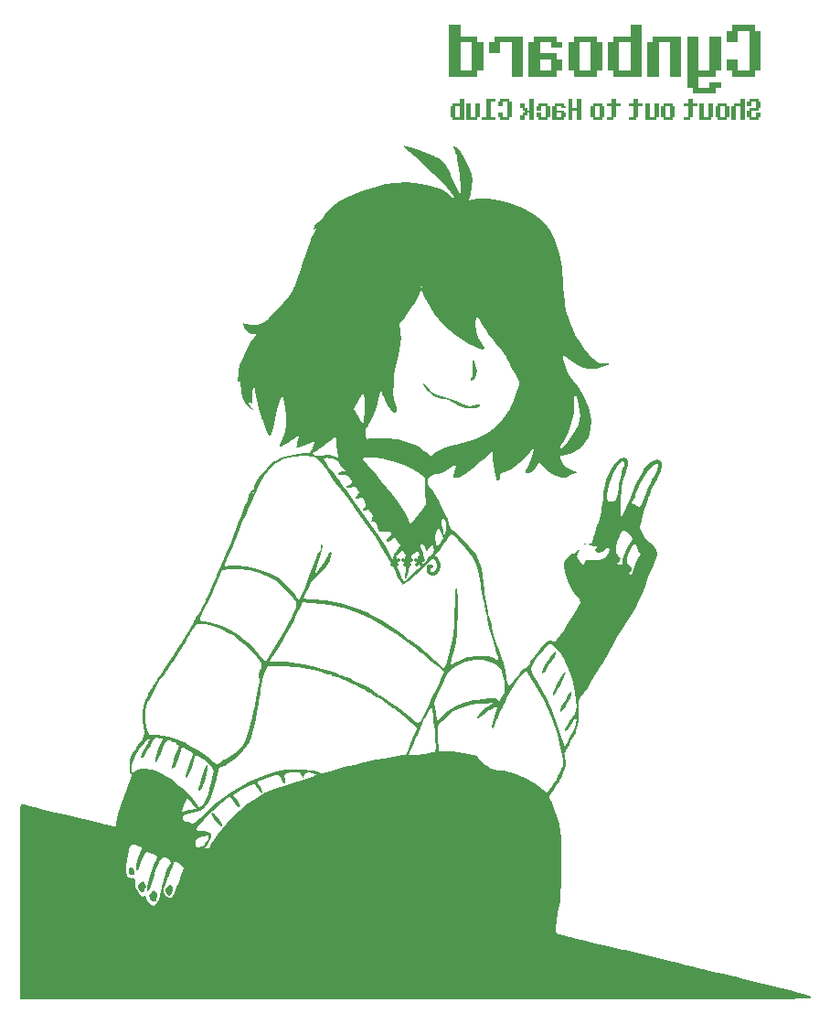
<source format=gbr>
%TF.GenerationSoftware,KiCad,Pcbnew,9.0.6*%
%TF.CreationDate,2025-12-06T16:02:11-05:00*%
%TF.ProjectId,hackpad,6861636b-7061-4642-9e6b-696361645f70,rev?*%
%TF.SameCoordinates,Original*%
%TF.FileFunction,Legend,Bot*%
%TF.FilePolarity,Positive*%
%FSLAX46Y46*%
G04 Gerber Fmt 4.6, Leading zero omitted, Abs format (unit mm)*
G04 Created by KiCad (PCBNEW 9.0.6) date 2025-12-06 16:02:11*
%MOMM*%
%LPD*%
G01*
G04 APERTURE LIST*
%ADD10C,0.100000*%
%ADD11C,0.300000*%
%ADD12C,0.000000*%
G04 APERTURE END LIST*
D10*
G36*
X140400122Y-53144722D02*
G01*
X141450061Y-53144722D01*
X141450061Y-49427041D01*
X140400122Y-49427041D01*
X140400122Y-50484612D01*
X139350183Y-50484612D01*
X139350183Y-49434673D01*
X139875305Y-49434673D01*
X139875305Y-48901919D01*
X141975183Y-48901919D01*
X141975183Y-49427041D01*
X142500000Y-49427041D01*
X142500000Y-53137090D01*
X141975183Y-53137090D01*
X141975183Y-53669539D01*
X139875305Y-53669539D01*
X139875305Y-53137090D01*
X139350183Y-53137090D01*
X139350183Y-52086845D01*
X140400122Y-52086845D01*
X140400122Y-53144722D01*
G37*
G36*
X137776648Y-54724668D02*
G01*
X137776648Y-54197103D01*
X138826587Y-54197103D01*
X138826587Y-54722226D01*
X138301770Y-54722226D01*
X138301770Y-55249790D01*
X136201892Y-55249790D01*
X136201892Y-54722226D01*
X135676770Y-54722226D01*
X135676770Y-49957048D01*
X136726709Y-49957048D01*
X136726709Y-53144722D01*
X137776648Y-53144722D01*
X137776648Y-49957048D01*
X138826587Y-49957048D01*
X138826587Y-53144722D01*
X138301770Y-53144722D01*
X138301770Y-53669539D01*
X136726709Y-53669539D01*
X136726709Y-54724668D01*
X137776648Y-54724668D01*
G37*
G36*
X134103236Y-50482170D02*
G01*
X133053297Y-50482170D01*
X133053297Y-53669539D01*
X132003358Y-53669539D01*
X132003358Y-50482170D01*
X132528480Y-50482170D01*
X132528480Y-49957048D01*
X135153175Y-49957048D01*
X135153175Y-53669539D01*
X134103236Y-53669539D01*
X134103236Y-50482170D01*
G37*
G36*
X131479762Y-53669539D02*
G01*
X128855068Y-53669539D01*
X128855068Y-53144722D01*
X129379884Y-53144722D01*
X130429823Y-53144722D01*
X130429823Y-50482170D01*
X129379884Y-50482170D01*
X129379884Y-53144722D01*
X128855068Y-53144722D01*
X128329945Y-53144722D01*
X128329945Y-50482170D01*
X128855068Y-50482170D01*
X128855068Y-49957048D01*
X130429823Y-49957048D01*
X130429823Y-48901919D01*
X131479762Y-48901919D01*
X131479762Y-53669539D01*
G37*
G36*
X127281533Y-50482170D02*
G01*
X127806350Y-50482170D01*
X127806350Y-53144722D01*
X127281533Y-53144722D01*
X127281533Y-53669539D01*
X125181655Y-53669539D01*
X125181655Y-53144722D01*
X125706472Y-53144722D01*
X126756411Y-53144722D01*
X126756411Y-50482170D01*
X125706472Y-50482170D01*
X125706472Y-53144722D01*
X125181655Y-53144722D01*
X124656533Y-53144722D01*
X124656533Y-50482170D01*
X125181655Y-50482170D01*
X125181655Y-49957048D01*
X127281533Y-49957048D01*
X127281533Y-50482170D01*
G37*
G36*
X123608121Y-50484612D02*
G01*
X124132937Y-50484612D01*
X124132937Y-51009734D01*
X123082998Y-51009734D01*
X123082998Y-50482170D01*
X122033060Y-50482170D01*
X122033060Y-51542489D01*
X123608121Y-51542489D01*
X123608121Y-52086845D01*
X124132937Y-52086845D01*
X124132937Y-53137090D01*
X123608121Y-53137090D01*
X123608121Y-53669539D01*
X120983121Y-53669539D01*
X120983121Y-53144722D01*
X122033060Y-53144722D01*
X123082998Y-53144722D01*
X123082998Y-52067306D01*
X122033060Y-52067306D01*
X122033060Y-53144722D01*
X120983121Y-53144722D01*
X120983121Y-50482170D01*
X121508243Y-50482170D01*
X121508243Y-49957048D01*
X123608121Y-49957048D01*
X123608121Y-50484612D01*
G37*
G36*
X119409586Y-50482170D02*
G01*
X118359647Y-50482170D01*
X118359647Y-51539741D01*
X117309708Y-51539741D01*
X117309708Y-50489802D01*
X117834830Y-50489802D01*
X117834830Y-49957048D01*
X120459525Y-49957048D01*
X120459525Y-53669539D01*
X119409586Y-53669539D01*
X119409586Y-50482170D01*
G37*
G36*
X114686235Y-49957048D02*
G01*
X116261296Y-49957048D01*
X116261296Y-50482170D01*
X116786113Y-50482170D01*
X116786113Y-53144722D01*
X116261296Y-53144722D01*
X116261296Y-53669539D01*
X113636296Y-53669539D01*
X113636296Y-53144722D01*
X114686235Y-53144722D01*
X115736174Y-53144722D01*
X115736174Y-50482170D01*
X114686235Y-50482170D01*
X114686235Y-53144722D01*
X113636296Y-53144722D01*
X113636296Y-48901919D01*
X114686235Y-48901919D01*
X114686235Y-49957048D01*
G37*
G36*
X141450122Y-55973869D02*
G01*
X141450122Y-55760767D01*
X142290073Y-55760767D01*
X142290073Y-55970816D01*
X142500000Y-55970816D01*
X142500000Y-56605969D01*
X142290073Y-56605969D01*
X142290073Y-56815896D01*
X141660048Y-56815896D01*
X141660048Y-57457889D01*
X142080024Y-57457889D01*
X142080024Y-57034738D01*
X142500000Y-57034738D01*
X142500000Y-57454836D01*
X142290073Y-57454836D01*
X142290073Y-57667815D01*
X141450122Y-57667815D01*
X141450122Y-57454836D01*
X141240073Y-57454836D01*
X141240073Y-56815896D01*
X141450122Y-56815896D01*
X141450122Y-56605969D01*
X142080024Y-56605969D01*
X142080024Y-55970816D01*
X141660048Y-55970816D01*
X141660048Y-56393845D01*
X141240073Y-56393845D01*
X141240073Y-55973869D01*
X141450122Y-55973869D01*
G37*
G36*
X139980757Y-56392868D02*
G01*
X139980757Y-56182819D01*
X140610659Y-56182819D01*
X140610659Y-55760767D01*
X141030635Y-55760767D01*
X141030635Y-57667815D01*
X140610659Y-57667815D01*
X140610659Y-56392868D01*
X140190683Y-56392868D01*
X140190683Y-57667815D01*
X139770708Y-57667815D01*
X139770708Y-56392868D01*
X139980757Y-56392868D01*
G37*
G36*
X139351343Y-56392868D02*
G01*
X139561270Y-56392868D01*
X139561270Y-57457889D01*
X139351343Y-57457889D01*
X139351343Y-57667815D01*
X138511392Y-57667815D01*
X138511392Y-57457889D01*
X138721318Y-57457889D01*
X139141294Y-57457889D01*
X139141294Y-56392868D01*
X138721318Y-56392868D01*
X138721318Y-57457889D01*
X138511392Y-57457889D01*
X138301343Y-57457889D01*
X138301343Y-56392868D01*
X138511392Y-56392868D01*
X138511392Y-56182819D01*
X139351343Y-56182819D01*
X139351343Y-56392868D01*
G37*
G36*
X137251953Y-57457889D02*
G01*
X137671929Y-57457889D01*
X137671929Y-56182819D01*
X138091905Y-56182819D01*
X138091905Y-57457889D01*
X137881978Y-57457889D01*
X137881978Y-57667815D01*
X136831978Y-57667815D01*
X136831978Y-56182819D01*
X137251953Y-56182819D01*
X137251953Y-57457889D01*
G37*
G36*
X136622540Y-56392868D02*
G01*
X136202564Y-56392868D01*
X136202564Y-57457889D01*
X135992637Y-57457889D01*
X135992637Y-57667815D01*
X135362613Y-57667815D01*
X135362613Y-57457889D01*
X135782588Y-57457889D01*
X135782588Y-56392868D01*
X135362613Y-56392868D01*
X135362613Y-56182819D01*
X135782588Y-56182819D01*
X135782588Y-55760767D01*
X136202564Y-55760767D01*
X136202564Y-56182819D01*
X136622540Y-56182819D01*
X136622540Y-56392868D01*
G37*
G36*
X134314078Y-56392868D02*
G01*
X134524005Y-56392868D01*
X134524005Y-57457889D01*
X134314078Y-57457889D01*
X134314078Y-57667815D01*
X133474127Y-57667815D01*
X133474127Y-57457889D01*
X133684054Y-57457889D01*
X134104030Y-57457889D01*
X134104030Y-56392868D01*
X133684054Y-56392868D01*
X133684054Y-57457889D01*
X133474127Y-57457889D01*
X133264078Y-57457889D01*
X133264078Y-56392868D01*
X133474127Y-56392868D01*
X133474127Y-56182819D01*
X134314078Y-56182819D01*
X134314078Y-56392868D01*
G37*
G36*
X132214689Y-57457889D02*
G01*
X132634665Y-57457889D01*
X132634665Y-56182819D01*
X133054640Y-56182819D01*
X133054640Y-57457889D01*
X132844713Y-57457889D01*
X132844713Y-57667815D01*
X131794713Y-57667815D01*
X131794713Y-56182819D01*
X132214689Y-56182819D01*
X132214689Y-57457889D01*
G37*
G36*
X131585275Y-56392868D02*
G01*
X131165300Y-56392868D01*
X131165300Y-57457889D01*
X130955373Y-57457889D01*
X130955373Y-57667815D01*
X130325348Y-57667815D01*
X130325348Y-57457889D01*
X130745324Y-57457889D01*
X130745324Y-56392868D01*
X130325348Y-56392868D01*
X130325348Y-56182819D01*
X130745324Y-56182819D01*
X130745324Y-55760767D01*
X131165300Y-55760767D01*
X131165300Y-56182819D01*
X131585275Y-56182819D01*
X131585275Y-56392868D01*
G37*
G36*
X129486741Y-56392868D02*
G01*
X129066765Y-56392868D01*
X129066765Y-57457889D01*
X128856838Y-57457889D01*
X128856838Y-57667815D01*
X128226814Y-57667815D01*
X128226814Y-57457889D01*
X128646789Y-57457889D01*
X128646789Y-56392868D01*
X128226814Y-56392868D01*
X128226814Y-56182819D01*
X128646789Y-56182819D01*
X128646789Y-55760767D01*
X129066765Y-55760767D01*
X129066765Y-56182819D01*
X129486741Y-56182819D01*
X129486741Y-56392868D01*
G37*
G36*
X127807449Y-56392868D02*
G01*
X128017376Y-56392868D01*
X128017376Y-57457889D01*
X127807449Y-57457889D01*
X127807449Y-57667815D01*
X126967498Y-57667815D01*
X126967498Y-57457889D01*
X127177424Y-57457889D01*
X127597400Y-57457889D01*
X127597400Y-56392868D01*
X127177424Y-56392868D01*
X127177424Y-57457889D01*
X126967498Y-57457889D01*
X126757449Y-57457889D01*
X126757449Y-56392868D01*
X126967498Y-56392868D01*
X126967498Y-56182819D01*
X127807449Y-56182819D01*
X127807449Y-56392868D01*
G37*
G36*
X125498866Y-56822735D02*
G01*
X125078890Y-56822735D01*
X125078890Y-57667815D01*
X124658914Y-57667815D01*
X124658914Y-55760767D01*
X125078890Y-55760767D01*
X125078890Y-56612686D01*
X125498866Y-56612686D01*
X125498866Y-55760767D01*
X125918841Y-55760767D01*
X125918841Y-57667815D01*
X125498866Y-57667815D01*
X125498866Y-56822735D01*
G37*
G36*
X124239549Y-56393845D02*
G01*
X124449476Y-56393845D01*
X124449476Y-56603893D01*
X124029501Y-56603893D01*
X124029501Y-56392868D01*
X123609525Y-56392868D01*
X123609525Y-56816995D01*
X124239549Y-56816995D01*
X124239549Y-57034738D01*
X124449476Y-57034738D01*
X124449476Y-57454836D01*
X124239549Y-57454836D01*
X124239549Y-57667815D01*
X123189549Y-57667815D01*
X123189549Y-57457889D01*
X123609525Y-57457889D01*
X124029501Y-57457889D01*
X124029501Y-57026922D01*
X123609525Y-57026922D01*
X123609525Y-57457889D01*
X123189549Y-57457889D01*
X123189549Y-56392868D01*
X123399598Y-56392868D01*
X123399598Y-56182819D01*
X124239549Y-56182819D01*
X124239549Y-56393845D01*
G37*
G36*
X122140160Y-57457889D02*
G01*
X122560136Y-57457889D01*
X122560136Y-56392868D01*
X122140160Y-56392868D01*
X122140160Y-56815896D01*
X121720184Y-56815896D01*
X121720184Y-56395921D01*
X121930233Y-56395921D01*
X121930233Y-56182819D01*
X122770184Y-56182819D01*
X122770184Y-56392868D01*
X122980111Y-56392868D01*
X122980111Y-57454836D01*
X122770184Y-57454836D01*
X122770184Y-57667815D01*
X121930233Y-57667815D01*
X121930233Y-57454836D01*
X121720184Y-57454836D01*
X121720184Y-57034738D01*
X122140160Y-57034738D01*
X122140160Y-57457889D01*
G37*
G36*
X121090771Y-57026922D02*
G01*
X120880844Y-57026922D01*
X120880844Y-57247840D01*
X120670795Y-57247840D01*
X120670795Y-57667815D01*
X120250819Y-57667815D01*
X120250819Y-57247840D01*
X120460868Y-57247840D01*
X120460868Y-57026922D01*
X120670795Y-57026922D01*
X120670795Y-56816995D01*
X120460868Y-56816995D01*
X120460868Y-56602916D01*
X120250819Y-56602916D01*
X120250819Y-56182819D01*
X120670795Y-56182819D01*
X120670795Y-56602916D01*
X120880844Y-56602916D01*
X120880844Y-56816995D01*
X121090771Y-56816995D01*
X121090771Y-55760767D01*
X121510746Y-55760767D01*
X121510746Y-57667815D01*
X121090771Y-57667815D01*
X121090771Y-57026922D01*
G37*
G36*
X118572260Y-57457889D02*
G01*
X118992236Y-57457889D01*
X118992236Y-55970816D01*
X118572260Y-55970816D01*
X118572260Y-56393845D01*
X118152285Y-56393845D01*
X118152285Y-55973869D01*
X118362334Y-55973869D01*
X118362334Y-55760767D01*
X119202285Y-55760767D01*
X119202285Y-55970816D01*
X119412212Y-55970816D01*
X119412212Y-57454836D01*
X119202285Y-57454836D01*
X119202285Y-57667815D01*
X118362334Y-57667815D01*
X118362334Y-57454836D01*
X118152285Y-57454836D01*
X118152285Y-57034738D01*
X118572260Y-57034738D01*
X118572260Y-57457889D01*
G37*
G36*
X117522871Y-55970816D02*
G01*
X117522871Y-57457889D01*
X117942847Y-57457889D01*
X117942847Y-57667815D01*
X116682920Y-57667815D01*
X116682920Y-57457889D01*
X117102896Y-57457889D01*
X117102896Y-55760767D01*
X117942847Y-55760767D01*
X117942847Y-55970816D01*
X117522871Y-55970816D01*
G37*
G36*
X115633531Y-57457889D02*
G01*
X116053506Y-57457889D01*
X116053506Y-56182819D01*
X116473482Y-56182819D01*
X116473482Y-57457889D01*
X116263555Y-57457889D01*
X116263555Y-57667815D01*
X115213555Y-57667815D01*
X115213555Y-56182819D01*
X115633531Y-56182819D01*
X115633531Y-57457889D01*
G37*
G36*
X115004117Y-57667815D02*
G01*
X113954239Y-57667815D01*
X113954239Y-57457889D01*
X114164166Y-57457889D01*
X114584141Y-57457889D01*
X114584141Y-56392868D01*
X114164166Y-56392868D01*
X114164166Y-57457889D01*
X113954239Y-57457889D01*
X113744190Y-57457889D01*
X113744190Y-56392868D01*
X113954239Y-56392868D01*
X113954239Y-56182819D01*
X114584141Y-56182819D01*
X114584141Y-55760767D01*
X115004117Y-55760767D01*
X115004117Y-57667815D01*
G37*
D11*
X111821427Y-98249757D02*
X111964285Y-98178328D01*
X111964285Y-98178328D02*
X112178570Y-98178328D01*
X112178570Y-98178328D02*
X112392856Y-98249757D01*
X112392856Y-98249757D02*
X112535713Y-98392614D01*
X112535713Y-98392614D02*
X112607142Y-98535471D01*
X112607142Y-98535471D02*
X112678570Y-98821185D01*
X112678570Y-98821185D02*
X112678570Y-99035471D01*
X112678570Y-99035471D02*
X112607142Y-99321185D01*
X112607142Y-99321185D02*
X112535713Y-99464042D01*
X112535713Y-99464042D02*
X112392856Y-99606900D01*
X112392856Y-99606900D02*
X112178570Y-99678328D01*
X112178570Y-99678328D02*
X112035713Y-99678328D01*
X112035713Y-99678328D02*
X111821427Y-99606900D01*
X111821427Y-99606900D02*
X111749999Y-99535471D01*
X111749999Y-99535471D02*
X111749999Y-99035471D01*
X111749999Y-99035471D02*
X112035713Y-99035471D01*
X110892856Y-98178328D02*
X110892856Y-98535471D01*
X111249999Y-98392614D02*
X110892856Y-98535471D01*
X110892856Y-98535471D02*
X110535713Y-98392614D01*
X111107142Y-98821185D02*
X110892856Y-98535471D01*
X110892856Y-98535471D02*
X110678570Y-98821185D01*
X109749999Y-98178328D02*
X109749999Y-98535471D01*
X110107142Y-98392614D02*
X109749999Y-98535471D01*
X109749999Y-98535471D02*
X109392856Y-98392614D01*
X109964285Y-98821185D02*
X109749999Y-98535471D01*
X109749999Y-98535471D02*
X109535713Y-98821185D01*
X108607142Y-98178328D02*
X108607142Y-98535471D01*
X108964285Y-98392614D02*
X108607142Y-98535471D01*
X108607142Y-98535471D02*
X108249999Y-98392614D01*
X108821428Y-98821185D02*
X108607142Y-98535471D01*
X108607142Y-98535471D02*
X108392856Y-98821185D01*
D12*
%TO.C,G\u002A\u002A\u002A*%
G36*
X124213425Y-73177137D02*
G01*
X124255799Y-73800333D01*
X124343791Y-74625369D01*
X124473967Y-75338397D01*
X124663503Y-76008340D01*
X124929575Y-76704121D01*
X125289359Y-77494666D01*
X125323014Y-77563781D01*
X125682094Y-78203394D01*
X126107213Y-78824301D01*
X126560067Y-79379111D01*
X127002355Y-79820433D01*
X127395773Y-80100875D01*
X127645165Y-80191166D01*
X128123645Y-80209514D01*
X128185876Y-80200687D01*
X128404263Y-80196368D01*
X128456169Y-80249384D01*
X128318314Y-80357491D01*
X128001984Y-80486540D01*
X127582288Y-80600218D01*
X127125263Y-80681159D01*
X126696948Y-80711999D01*
X126472948Y-80703900D01*
X126174694Y-80654385D01*
X125866493Y-80542188D01*
X125507125Y-80347264D01*
X125055367Y-80049567D01*
X124470000Y-79629052D01*
X124308895Y-79520050D01*
X124229033Y-79537213D01*
X124216000Y-79742076D01*
X124274508Y-80082152D01*
X124429576Y-80535670D01*
X124648466Y-81027687D01*
X124898439Y-81484654D01*
X125146755Y-81833021D01*
X125191801Y-81888117D01*
X125425064Y-82173419D01*
X126063426Y-83176017D01*
X126540741Y-84287435D01*
X126628382Y-84572666D01*
X126714188Y-85048884D01*
X126791868Y-85480008D01*
X126765370Y-86314226D01*
X126555891Y-87057106D01*
X126170435Y-87690432D01*
X125616007Y-88195989D01*
X124899610Y-88555562D01*
X124777733Y-88595905D01*
X124418220Y-88689653D01*
X124145362Y-88727110D01*
X124003149Y-88730829D01*
X123900611Y-88775835D01*
X123914280Y-88917301D01*
X124031086Y-89210514D01*
X124205060Y-89531426D01*
X124554474Y-89874063D01*
X125070153Y-90120399D01*
X125514222Y-90274450D01*
X124870498Y-90569230D01*
X124624401Y-90677879D01*
X124323537Y-90780806D01*
X124093441Y-90795955D01*
X123854498Y-90736429D01*
X123824918Y-90726178D01*
X123360207Y-90524526D01*
X122928067Y-90240723D01*
X122448401Y-89822721D01*
X121979024Y-89377850D01*
X121679197Y-89830919D01*
X121674042Y-89838673D01*
X121375856Y-90182647D01*
X121076773Y-90341833D01*
X120951288Y-90362390D01*
X120725522Y-90352468D01*
X120692232Y-90228615D01*
X120841910Y-89976020D01*
X120880407Y-89917104D01*
X121013116Y-89645718D01*
X121157059Y-89278834D01*
X121292683Y-88877260D01*
X121400432Y-88501801D01*
X121460752Y-88213264D01*
X121456462Y-88122641D01*
X123912568Y-88122641D01*
X123999381Y-88091258D01*
X124200230Y-87933367D01*
X124464781Y-87682603D01*
X124617701Y-87513803D01*
X124985716Y-87009896D01*
X125324493Y-86426389D01*
X125590592Y-85843062D01*
X125740569Y-85339691D01*
X125757840Y-85048884D01*
X125723206Y-84569191D01*
X125640669Y-84040151D01*
X125524970Y-83552145D01*
X125390850Y-83195555D01*
X125351245Y-83124647D01*
X125291984Y-83060395D01*
X125258055Y-83133411D01*
X125242040Y-83373191D01*
X125236520Y-83809231D01*
X125226372Y-84109355D01*
X125176430Y-84649162D01*
X125094648Y-85195585D01*
X124991971Y-85690604D01*
X124879344Y-86076200D01*
X124767712Y-86294355D01*
X124732876Y-86341709D01*
X124667556Y-86561810D01*
X124667555Y-86562113D01*
X124611496Y-86734954D01*
X124465204Y-87033220D01*
X124260250Y-87392519D01*
X124248282Y-87412286D01*
X124057380Y-87749596D01*
X123936937Y-88004311D01*
X123912568Y-88122641D01*
X121456462Y-88122641D01*
X121454086Y-88072455D01*
X121382107Y-88082163D01*
X121221757Y-88205671D01*
X121123947Y-88323508D01*
X121123452Y-88388444D01*
X121110614Y-88425273D01*
X120972774Y-88587019D01*
X120722078Y-88847977D01*
X120388787Y-89175719D01*
X120087682Y-89456538D01*
X119682705Y-89789028D01*
X119325236Y-90009004D01*
X118957716Y-90155890D01*
X118659837Y-90255857D01*
X118450260Y-90362753D01*
X118363123Y-90496556D01*
X118345778Y-90704467D01*
X118310092Y-90957580D01*
X118182716Y-91060147D01*
X118111254Y-91053080D01*
X118036523Y-90994295D01*
X118037627Y-90980801D01*
X118005480Y-90809067D01*
X117926005Y-90533332D01*
X117914437Y-90495485D01*
X117829947Y-90108954D01*
X117754343Y-89593260D01*
X117698306Y-89033452D01*
X117672513Y-88514576D01*
X117653821Y-88412977D01*
X117583467Y-88400488D01*
X117434572Y-88496067D01*
X117180235Y-88717043D01*
X117077258Y-88813901D01*
X116793556Y-89080744D01*
X116565868Y-89294794D01*
X115799477Y-89957234D01*
X115125914Y-90438828D01*
X114529497Y-90751145D01*
X114287336Y-90827955D01*
X114058626Y-90809381D01*
X113994370Y-90639361D01*
X114102838Y-90326132D01*
X114107839Y-90316374D01*
X114230857Y-90010764D01*
X114281778Y-89756350D01*
X114271841Y-89657276D01*
X114208098Y-89622473D01*
X114047054Y-89697176D01*
X113745556Y-89892327D01*
X113551980Y-90009647D01*
X113062460Y-90244391D01*
X112588444Y-90407238D01*
X112330691Y-90477997D01*
X112009579Y-90586179D01*
X111826444Y-90674589D01*
X111753290Y-90797557D01*
X111700190Y-91049350D01*
X111689014Y-91333613D01*
X111721926Y-91566014D01*
X111801091Y-91662221D01*
X111827035Y-91669429D01*
X111975332Y-91809494D01*
X112182579Y-92090680D01*
X112418754Y-92463545D01*
X112653836Y-92878645D01*
X112730576Y-93032109D01*
X112857803Y-93286537D01*
X113000634Y-93637777D01*
X113078018Y-93844800D01*
X113227368Y-94152843D01*
X113359582Y-94327716D01*
X113369222Y-94335013D01*
X113557523Y-94621348D01*
X113619413Y-95079522D01*
X113649529Y-95183003D01*
X113705473Y-95270220D01*
X113805625Y-95426359D01*
X114050453Y-95700411D01*
X114590504Y-96228224D01*
X115097578Y-96731046D01*
X115482022Y-97124290D01*
X115766389Y-97432555D01*
X115973234Y-97680439D01*
X116125111Y-97892544D01*
X116244577Y-98093468D01*
X116343324Y-98287579D01*
X116579035Y-98915873D01*
X116738687Y-99662444D01*
X116834318Y-100578009D01*
X116834905Y-100586780D01*
X116876770Y-101065856D01*
X116931851Y-101509326D01*
X116988388Y-101822221D01*
X117014212Y-101936371D01*
X117084996Y-102316188D01*
X117154577Y-102760026D01*
X117208723Y-103172721D01*
X117233200Y-103459110D01*
X117241384Y-103508873D01*
X117339071Y-103696086D01*
X117387971Y-103790859D01*
X117477411Y-104067100D01*
X117562768Y-104429863D01*
X117610198Y-104668320D01*
X117682605Y-105028331D01*
X117731299Y-105265332D01*
X117742764Y-105310586D01*
X117826037Y-105569380D01*
X117962708Y-105952309D01*
X118129782Y-106394221D01*
X118151940Y-106451634D01*
X118348469Y-106985853D01*
X118534829Y-107530017D01*
X118562174Y-107617781D01*
X118673371Y-107974666D01*
X118777517Y-108340458D01*
X118843660Y-108589547D01*
X118886110Y-108797506D01*
X118922803Y-109052631D01*
X118971676Y-109443221D01*
X119012755Y-109698801D01*
X119082682Y-109961346D01*
X119151334Y-110063110D01*
X119222479Y-110020285D01*
X119396637Y-109835792D01*
X119611613Y-109555110D01*
X119762694Y-109350224D01*
X119944926Y-109131876D01*
X120047676Y-109047110D01*
X120100292Y-109011588D01*
X120180422Y-108837727D01*
X120211498Y-108774652D01*
X120404376Y-108588752D01*
X120533859Y-108512040D01*
X121252667Y-108512040D01*
X121294814Y-108699456D01*
X121432859Y-109026471D01*
X121633667Y-109392499D01*
X121819322Y-109694661D01*
X122020159Y-110022006D01*
X122150609Y-110235194D01*
X122283908Y-110462604D01*
X122680613Y-111224746D01*
X123085717Y-112111069D01*
X123469597Y-113050506D01*
X123802630Y-113971987D01*
X124055192Y-114804444D01*
X124161039Y-115178210D01*
X124259131Y-115477798D01*
X124324353Y-115624144D01*
X124354215Y-115624221D01*
X124467753Y-115492109D01*
X124631863Y-115220397D01*
X124823534Y-114856118D01*
X125019756Y-114446306D01*
X125197518Y-114037993D01*
X125333812Y-113678213D01*
X125405627Y-113413999D01*
X125425106Y-113187163D01*
X125380513Y-113018814D01*
X125272384Y-113055979D01*
X125127173Y-113308666D01*
X125051554Y-113463955D01*
X124868748Y-113756993D01*
X124666219Y-114015616D01*
X124488253Y-114186166D01*
X124379136Y-114214986D01*
X124371591Y-114143672D01*
X124447535Y-113919806D01*
X124600374Y-113608396D01*
X124797855Y-113267836D01*
X125007728Y-112956520D01*
X125197741Y-112732840D01*
X125276549Y-112649162D01*
X125414122Y-112377858D01*
X125451889Y-111982221D01*
X125410930Y-111374404D01*
X125283129Y-110575270D01*
X125086705Y-109721335D01*
X124840257Y-108882725D01*
X124562382Y-108129566D01*
X124271677Y-107531985D01*
X124021903Y-107146779D01*
X123731194Y-106762371D01*
X123443368Y-106431412D01*
X123198086Y-106199442D01*
X123035006Y-106111999D01*
X122918097Y-106156108D01*
X122676842Y-106356033D01*
X122380979Y-106676534D01*
X122063940Y-107072594D01*
X121759156Y-107499194D01*
X121500061Y-107911314D01*
X121320087Y-108263936D01*
X121252667Y-108512040D01*
X120533859Y-108512040D01*
X120698676Y-108414394D01*
X120821374Y-108353956D01*
X121083402Y-108163626D01*
X121165088Y-107955851D01*
X121183660Y-107802429D01*
X121252667Y-107673629D01*
X121255787Y-107671979D01*
X121363664Y-107555916D01*
X121554414Y-107305930D01*
X121788856Y-106973204D01*
X121879328Y-106842227D01*
X122271261Y-106330381D01*
X122600411Y-106010157D01*
X122884992Y-105866934D01*
X123143217Y-105886093D01*
X123234053Y-105915406D01*
X123395404Y-105910969D01*
X123565357Y-105788766D01*
X123804079Y-105515011D01*
X123958408Y-105314871D01*
X124243545Y-104913934D01*
X124565402Y-104434975D01*
X124896370Y-103921889D01*
X125208845Y-103418572D01*
X125475219Y-102968920D01*
X125667887Y-102616829D01*
X125759241Y-102406193D01*
X125771518Y-102267187D01*
X125681969Y-102032099D01*
X125433718Y-101728860D01*
X125330046Y-101610262D01*
X124968642Y-101057863D01*
X124642565Y-100346403D01*
X124376860Y-99528035D01*
X124364582Y-99481165D01*
X124278074Y-99025828D01*
X124298352Y-98676602D01*
X124429301Y-98345979D01*
X124452215Y-98307957D01*
X124624453Y-98114216D01*
X124852623Y-97930122D01*
X125065924Y-97806716D01*
X125193555Y-97795035D01*
X125241208Y-97786277D01*
X125408990Y-97661725D01*
X125642496Y-97437166D01*
X126036583Y-97024444D01*
X125747181Y-97501978D01*
X125649176Y-97668219D01*
X125511733Y-97922532D01*
X125457778Y-98055767D01*
X125467163Y-98087171D01*
X125570558Y-98263596D01*
X125751400Y-98516980D01*
X125820158Y-98603798D01*
X126025878Y-98800020D01*
X126148285Y-98788212D01*
X126190116Y-98568698D01*
X126227507Y-98453951D01*
X126417333Y-98408234D01*
X126880079Y-98445240D01*
X127503759Y-98402847D01*
X127970620Y-98241442D01*
X127980376Y-98235679D01*
X128260962Y-98003542D01*
X128439997Y-97731721D01*
X128491326Y-97478868D01*
X128392632Y-97310191D01*
X129086314Y-97310191D01*
X129117068Y-97715763D01*
X129296000Y-97957801D01*
X129394681Y-98037065D01*
X129513834Y-98267603D01*
X129472678Y-98493254D01*
X129273823Y-98634422D01*
X129155262Y-98667460D01*
X129097396Y-98715230D01*
X129245601Y-98785253D01*
X129355174Y-98825722D01*
X129572909Y-98859809D01*
X129678867Y-98741116D01*
X129718066Y-98462775D01*
X130086222Y-98462775D01*
X130132174Y-98646497D01*
X130312000Y-98860912D01*
X130383476Y-98916167D01*
X130516122Y-99137901D01*
X130513898Y-99370133D01*
X130369093Y-99523371D01*
X130292921Y-99569604D01*
X130262866Y-99689161D01*
X130277024Y-99708736D01*
X130433972Y-99790221D01*
X130516179Y-99748892D01*
X130606382Y-99599677D01*
X130721109Y-99305845D01*
X130877331Y-98830666D01*
X130895773Y-98775113D01*
X131061309Y-98383873D01*
X131252637Y-98048282D01*
X131296154Y-97984402D01*
X131385977Y-97821868D01*
X131359388Y-97795267D01*
X131353934Y-97798386D01*
X131243618Y-97750909D01*
X131154817Y-97505206D01*
X131077261Y-97235759D01*
X130930413Y-96958989D01*
X130768796Y-96855110D01*
X130764161Y-96855678D01*
X130668134Y-96965579D01*
X130529764Y-97222411D01*
X130375718Y-97563360D01*
X130232667Y-97925613D01*
X130127278Y-98246356D01*
X130086222Y-98462775D01*
X129718066Y-98462775D01*
X129722211Y-98433345D01*
X129831711Y-97926569D01*
X130081336Y-97335331D01*
X130442685Y-96727663D01*
X130503935Y-96636673D01*
X130583168Y-96465477D01*
X130547724Y-96302150D01*
X130390128Y-96050329D01*
X130152942Y-95781983D01*
X129867151Y-95669777D01*
X129776388Y-95678409D01*
X129633293Y-95760774D01*
X129500158Y-95968334D01*
X129341250Y-96347110D01*
X129203550Y-96747737D01*
X129086314Y-97310191D01*
X128392632Y-97310191D01*
X128388797Y-97303637D01*
X128288109Y-97261685D01*
X128182347Y-97338506D01*
X128107566Y-97477662D01*
X127850927Y-97677764D01*
X127521103Y-97758221D01*
X127418176Y-97745593D01*
X127230274Y-97631290D01*
X127168247Y-97458377D01*
X127272609Y-97301345D01*
X127291533Y-97289478D01*
X127359484Y-97229194D01*
X127317132Y-97176618D01*
X127128098Y-97111480D01*
X126756000Y-97013510D01*
X126569810Y-96961410D01*
X126522253Y-96919944D01*
X126667599Y-96883830D01*
X126731558Y-96867969D01*
X126897728Y-96730352D01*
X126994579Y-96424415D01*
X127017802Y-96318545D01*
X127117965Y-95956656D01*
X127264767Y-95489888D01*
X127435370Y-94992444D01*
X127466417Y-94904565D01*
X127736429Y-93949717D01*
X127863729Y-93016888D01*
X127874572Y-92860997D01*
X127885893Y-92739772D01*
X128214211Y-92739772D01*
X128298762Y-92917983D01*
X128427837Y-92974632D01*
X128750103Y-93008101D01*
X129028203Y-92930493D01*
X129074514Y-92853022D01*
X129157834Y-92586860D01*
X129249634Y-92184016D01*
X129337091Y-91695752D01*
X129385891Y-91408616D01*
X129498985Y-90846396D01*
X129621037Y-90342606D01*
X129732959Y-89979971D01*
X129831567Y-89702635D01*
X129885968Y-89446829D01*
X129833647Y-89323516D01*
X129670894Y-89291555D01*
X129549790Y-89336318D01*
X129338061Y-89555406D01*
X129106807Y-89918869D01*
X128872187Y-90383997D01*
X128650361Y-90908081D01*
X128457491Y-91448411D01*
X128309735Y-91962276D01*
X128223255Y-92406967D01*
X128214211Y-92739772D01*
X127885893Y-92739772D01*
X127945133Y-92105410D01*
X128045070Y-91500428D01*
X128191608Y-90982437D01*
X128401973Y-90487824D01*
X128693391Y-89952974D01*
X128851760Y-89696397D01*
X129183302Y-89268356D01*
X129501768Y-89028010D01*
X129832756Y-88952888D01*
X129847127Y-88953038D01*
X130088373Y-89032258D01*
X130195108Y-89264002D01*
X130182941Y-89446829D01*
X130168824Y-89658954D01*
X130011015Y-90227797D01*
X129920866Y-90497865D01*
X129794191Y-90911085D01*
X129706938Y-91276338D01*
X129639069Y-91684554D01*
X129570547Y-92226666D01*
X129554428Y-92364403D01*
X129509537Y-92792726D01*
X129489437Y-93134966D01*
X129490475Y-93494934D01*
X129508999Y-93976444D01*
X129539585Y-94653777D01*
X129803716Y-94102340D01*
X129901526Y-93893365D01*
X130053103Y-93549951D01*
X130146515Y-93312117D01*
X130198649Y-93157999D01*
X130240258Y-93044924D01*
X130578152Y-93044924D01*
X130585949Y-93146388D01*
X130746560Y-93205512D01*
X130894858Y-93265198D01*
X130989333Y-93368721D01*
X131022401Y-93422862D01*
X131194338Y-93468444D01*
X131303994Y-93430023D01*
X131469079Y-93224165D01*
X131654720Y-92819332D01*
X131832303Y-92369808D01*
X132089369Y-91729804D01*
X132283499Y-91265016D01*
X132424878Y-90952256D01*
X132523693Y-90768342D01*
X132590128Y-90690089D01*
X132632956Y-90653157D01*
X132774127Y-90423451D01*
X132904420Y-90082926D01*
X132989213Y-89716077D01*
X133002780Y-89593823D01*
X132971385Y-89462816D01*
X132829913Y-89478406D01*
X132582014Y-89612785D01*
X132196332Y-89975157D01*
X131799723Y-90511177D01*
X131414964Y-91193242D01*
X131309062Y-91409757D01*
X131114198Y-91830008D01*
X130972650Y-92165321D01*
X130909526Y-92357846D01*
X130838769Y-92576697D01*
X130690248Y-92857447D01*
X130578152Y-93044924D01*
X130240258Y-93044924D01*
X130250574Y-93016888D01*
X130353479Y-92787314D01*
X130526707Y-92393566D01*
X130621708Y-92162733D01*
X130650667Y-92065850D01*
X130694066Y-91934065D01*
X130820652Y-91650783D01*
X131003492Y-91273157D01*
X131215382Y-90854816D01*
X131429124Y-90449390D01*
X131617515Y-90110509D01*
X131753353Y-89891803D01*
X131982033Y-89627971D01*
X132324865Y-89347049D01*
X132669767Y-89158968D01*
X132948817Y-89108249D01*
X133152313Y-89188601D01*
X133318764Y-89430579D01*
X133333179Y-89593823D01*
X133350497Y-89789936D01*
X133246190Y-90228672D01*
X133004520Y-90708786D01*
X132877430Y-90920157D01*
X132625389Y-91394189D01*
X132427961Y-91831555D01*
X132345049Y-92041000D01*
X132204157Y-92387687D01*
X132104330Y-92621777D01*
X132061481Y-92733483D01*
X131957855Y-93046020D01*
X131823825Y-93479685D01*
X131677671Y-93976444D01*
X131578346Y-94321176D01*
X131453153Y-94751839D01*
X131359899Y-95067944D01*
X131313614Y-95218221D01*
X131320142Y-95318384D01*
X131396034Y-95580718D01*
X131529042Y-95922135D01*
X131535843Y-95937773D01*
X131809395Y-96416211D01*
X131866382Y-96465477D01*
X132125647Y-96689616D01*
X132251772Y-96767189D01*
X132577117Y-97084008D01*
X132815307Y-97478681D01*
X132897951Y-97821868D01*
X132908023Y-97863691D01*
X132902496Y-97937623D01*
X132827020Y-98249545D01*
X132691237Y-98597468D01*
X132541426Y-98920394D01*
X132190582Y-99754490D01*
X131927790Y-100523999D01*
X131797441Y-100892518D01*
X131542292Y-101488123D01*
X131216066Y-102166999D01*
X130848702Y-102870040D01*
X130470139Y-103538139D01*
X130110314Y-104112190D01*
X129862294Y-104487938D01*
X129553386Y-104975079D01*
X129221564Y-105521365D01*
X128846014Y-106161826D01*
X128405926Y-106931492D01*
X127880488Y-107865390D01*
X127678429Y-108221283D01*
X127252714Y-108941489D01*
X126829869Y-109621533D01*
X126435666Y-110221612D01*
X126095875Y-110701924D01*
X125836267Y-111022666D01*
X125765057Y-111114829D01*
X125695131Y-111282166D01*
X125653800Y-111536344D01*
X125634599Y-111923612D01*
X125634233Y-111982221D01*
X125631059Y-112490221D01*
X125631118Y-112512122D01*
X125616559Y-113215021D01*
X125569476Y-113696151D01*
X125489948Y-113954673D01*
X125404703Y-114122543D01*
X125344889Y-114369943D01*
X125314532Y-114508839D01*
X125171524Y-114735904D01*
X125068689Y-114851101D01*
X125000703Y-114969036D01*
X124987614Y-115040309D01*
X124898361Y-115258033D01*
X124762843Y-115515557D01*
X124626247Y-115730490D01*
X124533758Y-115820444D01*
X124491605Y-115839394D01*
X124441778Y-115989777D01*
X124429371Y-116067632D01*
X124331683Y-116159110D01*
X124281111Y-116230539D01*
X124338633Y-116466962D01*
X124390636Y-116673891D01*
X124423862Y-117026938D01*
X124421319Y-117196935D01*
X124418339Y-117396194D01*
X124376281Y-117701762D01*
X124299904Y-117863744D01*
X124261619Y-117899749D01*
X124173376Y-118089522D01*
X124098057Y-118393292D01*
X123981770Y-118654251D01*
X123863064Y-118755555D01*
X123825508Y-118764229D01*
X123820889Y-118868444D01*
X123839421Y-118911361D01*
X123784803Y-118981332D01*
X123671591Y-119074217D01*
X123547874Y-119297771D01*
X123538785Y-119318895D01*
X123359643Y-119628124D01*
X123122421Y-119931685D01*
X123069363Y-119989344D01*
X122916541Y-120186624D01*
X122901833Y-120342162D01*
X123007316Y-120552647D01*
X123166547Y-120871018D01*
X123380061Y-121398352D01*
X123606883Y-122046737D01*
X123827329Y-122763110D01*
X123874340Y-122981389D01*
X123935855Y-123482273D01*
X123982850Y-124143386D01*
X124015298Y-124925053D01*
X124033171Y-125787600D01*
X124036440Y-126691350D01*
X124033238Y-126946479D01*
X124025078Y-127596631D01*
X123999056Y-128463766D01*
X123958347Y-129253082D01*
X123902922Y-129924903D01*
X123832754Y-130439555D01*
X123805164Y-130592065D01*
X123712033Y-131134879D01*
X123631769Y-131641831D01*
X123579275Y-132019999D01*
X123553585Y-132220892D01*
X123509264Y-132507251D01*
X123476404Y-132646278D01*
X123478493Y-132756585D01*
X123597296Y-132923968D01*
X123775745Y-133025851D01*
X123936338Y-133061175D01*
X124216000Y-133129079D01*
X124244161Y-133136190D01*
X124471123Y-133192050D01*
X124868008Y-133288367D01*
X125443096Y-133427132D01*
X126204670Y-133610339D01*
X127161009Y-133839981D01*
X128320396Y-134118049D01*
X129691111Y-134446537D01*
X129906653Y-134498203D01*
X130948838Y-134748714D01*
X131998342Y-135002042D01*
X133022749Y-135250287D01*
X133989643Y-135485546D01*
X134866609Y-135699919D01*
X135621230Y-135885505D01*
X136221092Y-136034404D01*
X136633778Y-136138714D01*
X136684928Y-136151847D01*
X137131613Y-136263592D01*
X137517037Y-136355318D01*
X137762667Y-136408271D01*
X137803403Y-136416460D01*
X138058761Y-136473840D01*
X138484422Y-136573494D01*
X139043620Y-136706685D01*
X139699586Y-136864675D01*
X140415556Y-137038726D01*
X140580249Y-137078942D01*
X141937238Y-137410267D01*
X143092895Y-137692710D01*
X144063358Y-137930689D01*
X144864769Y-138128624D01*
X145513268Y-138290936D01*
X146024993Y-138422045D01*
X146416087Y-138526370D01*
X146702688Y-138608333D01*
X146900937Y-138672352D01*
X147026974Y-138722847D01*
X147096939Y-138764240D01*
X147126971Y-138800949D01*
X147133212Y-138837396D01*
X147131802Y-138877999D01*
X147129243Y-138889392D01*
X147110726Y-138907086D01*
X147068149Y-138923625D01*
X146994310Y-138939048D01*
X146882003Y-138953394D01*
X146724025Y-138966701D01*
X146513170Y-138979009D01*
X146242236Y-138990356D01*
X145904016Y-139000781D01*
X145491309Y-139010322D01*
X144996908Y-139019020D01*
X144413610Y-139026913D01*
X143734211Y-139034039D01*
X142951506Y-139040437D01*
X142058292Y-139046146D01*
X141047363Y-139051206D01*
X139911516Y-139055654D01*
X138643546Y-139059531D01*
X137236249Y-139062874D01*
X135682421Y-139065722D01*
X133974858Y-139068115D01*
X132106356Y-139070091D01*
X130069709Y-139071689D01*
X127857714Y-139072947D01*
X125463168Y-139073906D01*
X122878864Y-139074603D01*
X120097600Y-139075078D01*
X117112171Y-139075369D01*
X113915372Y-139075515D01*
X110500000Y-139075555D01*
X73867556Y-139075555D01*
X73867556Y-129981337D01*
X73867766Y-129359982D01*
X73869785Y-127978269D01*
X73871919Y-127285305D01*
X83719284Y-127285305D01*
X83797668Y-127644266D01*
X83986165Y-127823897D01*
X84291319Y-127836774D01*
X84351091Y-127827437D01*
X84509618Y-127857244D01*
X84535533Y-128040976D01*
X84532699Y-128178575D01*
X84606981Y-128642362D01*
X84781333Y-129072395D01*
X85021157Y-129373722D01*
X85087906Y-129424265D01*
X85282693Y-129522853D01*
X85393953Y-129461018D01*
X85397396Y-129455651D01*
X85480607Y-129444142D01*
X85562349Y-129652145D01*
X85676575Y-129920198D01*
X85880550Y-130178724D01*
X86066358Y-130309808D01*
X86236084Y-130379354D01*
X86253114Y-130377967D01*
X86419275Y-130272295D01*
X86616644Y-130054524D01*
X86783041Y-129803135D01*
X86856282Y-129596606D01*
X86892697Y-129198198D01*
X86901994Y-129146036D01*
X87207818Y-129146036D01*
X87262449Y-129350560D01*
X87455514Y-129516134D01*
X87556711Y-129582648D01*
X87724909Y-129678781D01*
X87838006Y-129676766D01*
X87995438Y-129590254D01*
X88067821Y-129518145D01*
X88204472Y-129262769D01*
X88317142Y-128916354D01*
X88374472Y-128706333D01*
X88470752Y-128450840D01*
X88549255Y-128351110D01*
X88568436Y-128343796D01*
X88650682Y-128199195D01*
X88722417Y-127927777D01*
X88727741Y-127899459D01*
X88823548Y-127529950D01*
X88942689Y-127220142D01*
X89015322Y-126946479D01*
X88904077Y-126686502D01*
X88578755Y-126450439D01*
X88382016Y-126360084D01*
X88163486Y-126336633D01*
X88115119Y-126432702D01*
X88091556Y-126479505D01*
X88083150Y-126532175D01*
X88007891Y-126775572D01*
X87871348Y-127143872D01*
X87694072Y-127580172D01*
X87627773Y-127740397D01*
X87446404Y-128214468D01*
X87305566Y-128634057D01*
X87231336Y-128923468D01*
X87207818Y-129146036D01*
X86901994Y-129146036D01*
X86997026Y-128612824D01*
X87149300Y-128002973D01*
X87331433Y-127430878D01*
X87525339Y-126958772D01*
X87712932Y-126648888D01*
X87841928Y-126432702D01*
X87815552Y-126187072D01*
X87570584Y-125995074D01*
X87444765Y-125944530D01*
X87214061Y-125908184D01*
X87015012Y-125984019D01*
X86831735Y-126193731D01*
X86648346Y-126559019D01*
X86448962Y-127101579D01*
X86217697Y-127843110D01*
X86053718Y-128357806D01*
X85897154Y-128771360D01*
X85772400Y-129017611D01*
X85687884Y-129084367D01*
X85652031Y-128959440D01*
X85673268Y-128630640D01*
X85718617Y-128328569D01*
X85971139Y-127347540D01*
X86364978Y-126392552D01*
X86472086Y-126170037D01*
X86577251Y-125922898D01*
X86603368Y-125814242D01*
X86431800Y-125708176D01*
X86148928Y-125574665D01*
X85862323Y-125462868D01*
X85672950Y-125415999D01*
X85569002Y-125449699D01*
X85395940Y-125648908D01*
X85205797Y-126040432D01*
X84989965Y-126639693D01*
X84873734Y-126954824D01*
X84764877Y-127128231D01*
X84669284Y-127118883D01*
X84657605Y-127105837D01*
X84609841Y-126942054D01*
X84647310Y-126654394D01*
X84775659Y-126217039D01*
X85000533Y-125604167D01*
X85109367Y-125313779D01*
X85155518Y-125118204D01*
X85117085Y-125002885D01*
X84993364Y-124898612D01*
X84774998Y-124795062D01*
X84615320Y-124767009D01*
X90125096Y-124767009D01*
X90195044Y-124917186D01*
X90434000Y-124955531D01*
X90720106Y-124929634D01*
X90942723Y-124852488D01*
X90969037Y-124736748D01*
X90975014Y-124646694D01*
X91109445Y-124492390D01*
X91173777Y-124434186D01*
X91311073Y-124199344D01*
X91345691Y-123950551D01*
X91257846Y-123782449D01*
X91209504Y-123762956D01*
X91139556Y-123827558D01*
X91129517Y-123854202D01*
X90976536Y-123945166D01*
X90697803Y-124016414D01*
X90643385Y-124025913D01*
X90332848Y-124142328D01*
X90172665Y-124372835D01*
X90125097Y-124766888D01*
X90125096Y-124767009D01*
X84615320Y-124767009D01*
X84453992Y-124738666D01*
X84213100Y-124777873D01*
X84064552Y-124935846D01*
X83971053Y-125266072D01*
X83946304Y-125379362D01*
X83912106Y-125472444D01*
X83909662Y-125473528D01*
X83886920Y-125553895D01*
X83853336Y-125780380D01*
X83805446Y-126179203D01*
X83739786Y-126776583D01*
X83719284Y-127285305D01*
X73871919Y-127285305D01*
X73873807Y-126672024D01*
X73879665Y-125457948D01*
X73887192Y-124352743D01*
X73896220Y-123373108D01*
X73897295Y-123286254D01*
X90236444Y-123286254D01*
X90236701Y-123301972D01*
X90281694Y-123424722D01*
X90442124Y-123483053D01*
X90772667Y-123498617D01*
X90935202Y-123503433D01*
X91264018Y-123539907D01*
X91466396Y-123600079D01*
X91555521Y-123737194D01*
X91556846Y-123950551D01*
X91557303Y-124024136D01*
X91450010Y-124381994D01*
X91245680Y-124748166D01*
X91011293Y-125077332D01*
X91244757Y-125077332D01*
X91383500Y-125051829D01*
X91478222Y-124947906D01*
X91486607Y-124898273D01*
X91603303Y-124651009D01*
X91838782Y-124280613D01*
X92169216Y-123820791D01*
X92570775Y-123305246D01*
X93019632Y-122767683D01*
X93449938Y-122305092D01*
X94197717Y-121610474D01*
X95017864Y-120951760D01*
X95845231Y-120380076D01*
X96614667Y-119946547D01*
X96878859Y-119828366D01*
X97424533Y-119614544D01*
X98043648Y-119398380D01*
X98646667Y-119212231D01*
X99021944Y-119102837D01*
X99642857Y-118911735D01*
X100222897Y-118722423D01*
X100673470Y-118563266D01*
X100996675Y-118436229D01*
X101240435Y-118319354D01*
X101312592Y-118239671D01*
X101237915Y-118180377D01*
X100988711Y-118119095D01*
X100658296Y-118086156D01*
X100563209Y-118086628D01*
X100345912Y-118142057D01*
X100263185Y-118308471D01*
X100258471Y-118335246D01*
X100167494Y-118516859D01*
X100042228Y-118497808D01*
X99937123Y-118282439D01*
X99928349Y-118248923D01*
X99852393Y-118103890D01*
X99690023Y-118047040D01*
X99372679Y-118050159D01*
X98912019Y-118082807D01*
X98607540Y-118135794D01*
X98452858Y-118232711D01*
X98408943Y-118398992D01*
X98436766Y-118660073D01*
X98467686Y-118907052D01*
X98448198Y-119060271D01*
X98354740Y-119072172D01*
X98347799Y-119069549D01*
X98210475Y-118924218D01*
X98095802Y-118662043D01*
X98084712Y-118624686D01*
X97998845Y-118431273D01*
X97863656Y-118332955D01*
X97639282Y-118327452D01*
X97285860Y-118412480D01*
X96763530Y-118585757D01*
X96419932Y-118707843D01*
X96085240Y-118838484D01*
X95915478Y-118930880D01*
X95880941Y-119002830D01*
X95951925Y-119072137D01*
X96114693Y-119251195D01*
X96267618Y-119550056D01*
X96332444Y-119834400D01*
X96331873Y-119869439D01*
X96293358Y-119963479D01*
X96155668Y-119878266D01*
X95986082Y-119685544D01*
X95811131Y-119407143D01*
X95755461Y-119308481D01*
X95639127Y-119182648D01*
X95481124Y-119150157D01*
X95244413Y-119218231D01*
X94891956Y-119394095D01*
X94386713Y-119684973D01*
X93626315Y-120134049D01*
X93963380Y-120542967D01*
X94051249Y-120653431D01*
X94253122Y-120972153D01*
X94282987Y-121170707D01*
X94138334Y-121239110D01*
X94080370Y-121219628D01*
X93907348Y-121058487D01*
X93722436Y-120787555D01*
X93642428Y-120653059D01*
X93480053Y-120425826D01*
X93371726Y-120335999D01*
X93263153Y-120367490D01*
X92989246Y-120533183D01*
X92620701Y-120812906D01*
X92191390Y-121174783D01*
X91735190Y-121586939D01*
X91285974Y-122017497D01*
X90877616Y-122434584D01*
X90543993Y-122806322D01*
X90318977Y-123100837D01*
X90236444Y-123286254D01*
X73897295Y-123286254D01*
X73906583Y-122535746D01*
X73918113Y-121857356D01*
X73930643Y-121354641D01*
X73944006Y-121044301D01*
X73958034Y-120943038D01*
X74051531Y-120977603D01*
X74305438Y-121049117D01*
X74728664Y-121158005D01*
X75333918Y-121307450D01*
X76133906Y-121500636D01*
X77141333Y-121740748D01*
X77209625Y-121756966D01*
X77563461Y-121841155D01*
X78081026Y-121964449D01*
X78719417Y-122116621D01*
X79435735Y-122287445D01*
X80187077Y-122466697D01*
X80505867Y-122542590D01*
X81186849Y-122703443D01*
X81779414Y-122841694D01*
X82250786Y-122949793D01*
X82568191Y-123020189D01*
X82698854Y-123045332D01*
X82755848Y-122976092D01*
X82785778Y-122764460D01*
X82788174Y-122716751D01*
X82846884Y-122400197D01*
X82883123Y-122265310D01*
X88994667Y-122265310D01*
X88998521Y-122374399D01*
X89064529Y-122549735D01*
X89251770Y-122593777D01*
X89439129Y-122620482D01*
X89731548Y-122741347D01*
X89803005Y-122779706D01*
X89912490Y-122787299D01*
X90056151Y-122718515D01*
X90264395Y-122551596D01*
X90567625Y-122264784D01*
X90996249Y-121836320D01*
X92082032Y-120848528D01*
X93536681Y-119801984D01*
X95137346Y-118924139D01*
X96877530Y-118218987D01*
X97177767Y-118117630D01*
X97638039Y-117974445D01*
X98024959Y-117883192D01*
X98413300Y-117831943D01*
X98877834Y-117808773D01*
X99493333Y-117801753D01*
X99681439Y-117801472D01*
X100307475Y-117811988D01*
X100773582Y-117845126D01*
X101131962Y-117906233D01*
X101434817Y-118000657D01*
X101718929Y-118098601D01*
X101991666Y-118139499D01*
X102199131Y-118080114D01*
X102285676Y-118040813D01*
X102613112Y-117926052D01*
X103085763Y-117784546D01*
X103651684Y-117630695D01*
X104258930Y-117478904D01*
X104855556Y-117343575D01*
X105125455Y-117284610D01*
X105691448Y-117155166D01*
X106210222Y-117030420D01*
X106409871Y-116983760D01*
X106906222Y-116880432D01*
X107490025Y-116770149D01*
X108072889Y-116670013D01*
X108440007Y-116610393D01*
X108916315Y-116532139D01*
X109287075Y-116470157D01*
X109363170Y-116456905D01*
X109911906Y-116456905D01*
X110262398Y-116449119D01*
X110384366Y-116443120D01*
X110765479Y-116405960D01*
X111177333Y-116348202D01*
X111351333Y-116319826D01*
X111761582Y-116255020D01*
X112080444Y-116207289D01*
X112108976Y-116203233D01*
X112286481Y-116164194D01*
X112375079Y-116074531D01*
X112400534Y-115875961D01*
X112388615Y-115510197D01*
X112370780Y-115171686D01*
X112325456Y-114493063D01*
X112296658Y-114144610D01*
X112579067Y-114144610D01*
X112597037Y-114578666D01*
X112601234Y-114654092D01*
X112622357Y-115127649D01*
X112635728Y-115576000D01*
X112641344Y-115875961D01*
X112644889Y-116065334D01*
X113660889Y-116113210D01*
X113903606Y-116128161D01*
X114450626Y-116182514D01*
X115000131Y-116260195D01*
X115506659Y-116352384D01*
X115924751Y-116450264D01*
X116208944Y-116545016D01*
X116313778Y-116627821D01*
X116326084Y-116666887D01*
X116463060Y-116842401D01*
X116707891Y-117082662D01*
X117005438Y-117339101D01*
X117300559Y-117563150D01*
X117538116Y-117706241D01*
X117546373Y-117709922D01*
X117876979Y-117805055D01*
X118249220Y-117847352D01*
X118649810Y-117887250D01*
X119320552Y-118051552D01*
X119841112Y-118239671D01*
X120062719Y-118319755D01*
X120817641Y-118666906D01*
X121526644Y-119068053D01*
X122131059Y-119498244D01*
X122320996Y-119647250D01*
X122565953Y-119817121D01*
X122703627Y-119882415D01*
X122769286Y-119840094D01*
X122935997Y-119649788D01*
X123151372Y-119356705D01*
X123377288Y-119016454D01*
X123575625Y-118684645D01*
X123708262Y-118416888D01*
X123711084Y-118409888D01*
X123848639Y-118106244D01*
X124018706Y-117773383D01*
X124045281Y-117723527D01*
X124152202Y-117468966D01*
X124199872Y-117196935D01*
X124187250Y-116857629D01*
X124113295Y-116401243D01*
X123976963Y-115777973D01*
X123651783Y-114530038D01*
X123093521Y-112891422D01*
X122402650Y-111364347D01*
X121556533Y-109893777D01*
X121423588Y-109682914D01*
X121180366Y-109284114D01*
X120996381Y-108965048D01*
X120903695Y-108780396D01*
X120889412Y-108743202D01*
X120799522Y-108634297D01*
X120647490Y-108718826D01*
X120594278Y-108764965D01*
X120234825Y-109154195D01*
X119835610Y-109694378D01*
X119430056Y-110333449D01*
X119421139Y-110349610D01*
X119051588Y-111019344D01*
X118733630Y-111699999D01*
X118728679Y-111711789D01*
X118580392Y-112049650D01*
X118377706Y-112493380D01*
X118162971Y-112950198D01*
X118124816Y-113030819D01*
X117950359Y-113421631D01*
X117827681Y-113733182D01*
X117781333Y-113904109D01*
X117763771Y-113986862D01*
X117664039Y-113942083D01*
X117627299Y-113783156D01*
X117681080Y-113453410D01*
X117828807Y-112936569D01*
X117873423Y-112794142D01*
X117987854Y-112406737D01*
X118059593Y-112128526D01*
X118074647Y-112012127D01*
X118041769Y-111997757D01*
X117848357Y-112040929D01*
X117549383Y-112187703D01*
X117197020Y-112409818D01*
X116843438Y-112679018D01*
X116577195Y-112888219D01*
X116347581Y-113037355D01*
X116234486Y-113069448D01*
X116229597Y-113063878D01*
X116241822Y-112914927D01*
X116388064Y-112678641D01*
X116626893Y-112403196D01*
X116916876Y-112136765D01*
X117216584Y-111927521D01*
X117724889Y-111639781D01*
X116821778Y-111658681D01*
X116527319Y-111666626D01*
X116116286Y-111692449D01*
X115758200Y-111746746D01*
X115364400Y-111844946D01*
X114846222Y-112002479D01*
X114597515Y-112100218D01*
X114066086Y-112398566D01*
X113513506Y-112804113D01*
X113011981Y-113267075D01*
X112880485Y-113407336D01*
X112695938Y-113637500D01*
X112603750Y-113857073D01*
X112579067Y-114144610D01*
X112296658Y-114144610D01*
X112269755Y-113819097D01*
X112208895Y-113205007D01*
X112148094Y-112706013D01*
X112092571Y-112377332D01*
X112062978Y-112236321D01*
X112030736Y-112038666D01*
X111988788Y-112034763D01*
X111878912Y-112158887D01*
X111745849Y-112356503D01*
X111634276Y-112560402D01*
X111588870Y-112703378D01*
X111587609Y-112723986D01*
X111495122Y-112872711D01*
X111408817Y-112979276D01*
X111268012Y-113228952D01*
X111134791Y-113519181D01*
X111056508Y-113754733D01*
X111007664Y-113894402D01*
X110972778Y-113976435D01*
X110884740Y-114183453D01*
X110718477Y-114544956D01*
X110585682Y-114832033D01*
X110354930Y-115356493D01*
X110159636Y-115828230D01*
X109911906Y-116456905D01*
X109363170Y-116456905D01*
X109493597Y-116434191D01*
X109527953Y-116425606D01*
X109720157Y-116266931D01*
X109872625Y-115910466D01*
X109968744Y-115630189D01*
X110145494Y-115184960D01*
X110342805Y-114739899D01*
X110506747Y-114383067D01*
X110624431Y-114107981D01*
X110669333Y-113976435D01*
X110640096Y-113916518D01*
X110467713Y-113724512D01*
X110172646Y-113447399D01*
X109791767Y-113116779D01*
X109361948Y-112764252D01*
X108920064Y-112421418D01*
X108502986Y-112119878D01*
X108462321Y-112091838D01*
X108096549Y-111838533D01*
X107734222Y-111586227D01*
X107683361Y-111551147D01*
X107316397Y-111315517D01*
X106972222Y-111117217D01*
X106917780Y-111087588D01*
X106695476Y-110940020D01*
X106605333Y-110832424D01*
X106603894Y-110817030D01*
X106503289Y-110740444D01*
X106366009Y-110691737D01*
X106091063Y-110558467D01*
X105741289Y-110370289D01*
X105506789Y-110244946D01*
X105096715Y-110040048D01*
X104626240Y-109815576D01*
X104147869Y-109595565D01*
X103714110Y-109404049D01*
X103377466Y-109265062D01*
X103190444Y-109202640D01*
X103021111Y-109160742D01*
X102851778Y-109146631D01*
X102844216Y-109147471D01*
X102767111Y-109071301D01*
X102737454Y-109023015D01*
X102569556Y-108971355D01*
X102439717Y-108951727D01*
X102128490Y-108880306D01*
X101751111Y-108776873D01*
X101046470Y-108586808D01*
X99618565Y-108322923D01*
X98147056Y-108221875D01*
X96857222Y-108200444D01*
X96657700Y-108539110D01*
X96556584Y-108766375D01*
X96433260Y-109168410D01*
X96338867Y-109611555D01*
X96282796Y-109955875D01*
X96199509Y-110463417D01*
X96136856Y-110837364D01*
X96084995Y-111136042D01*
X96034084Y-111417777D01*
X96031634Y-111431167D01*
X95972659Y-111773598D01*
X95930692Y-112050389D01*
X95929218Y-112061632D01*
X95847594Y-112557984D01*
X95726079Y-113150409D01*
X95580342Y-113775198D01*
X95426051Y-114368639D01*
X95278875Y-114867022D01*
X95154481Y-115206637D01*
X95149813Y-115216873D01*
X94915209Y-115603692D01*
X94565101Y-116032771D01*
X94141388Y-116467016D01*
X93685971Y-116869333D01*
X93240746Y-117202628D01*
X92847615Y-117429807D01*
X92548475Y-117513777D01*
X92499949Y-117517061D01*
X92372269Y-117587803D01*
X92272603Y-117787158D01*
X92229194Y-117951488D01*
X92173351Y-118162888D01*
X92062499Y-118636740D01*
X91808064Y-119584858D01*
X91554747Y-120326645D01*
X91297548Y-120875601D01*
X91031465Y-121245224D01*
X90861268Y-121408444D01*
X90823617Y-121444552D01*
X90580690Y-121603882D01*
X90270071Y-121710427D01*
X89813111Y-121799998D01*
X89550296Y-121844920D01*
X89235971Y-121911768D01*
X89070252Y-121986115D01*
X89005648Y-122094962D01*
X88994667Y-122265310D01*
X82883123Y-122265310D01*
X82974065Y-121926810D01*
X83051001Y-121678361D01*
X88902393Y-121678361D01*
X88988665Y-121659199D01*
X89243175Y-121607575D01*
X89600582Y-121537250D01*
X90262941Y-121408444D01*
X89811316Y-120900751D01*
X89359691Y-120393058D01*
X89190622Y-120797695D01*
X89172544Y-120841282D01*
X89039941Y-121177662D01*
X88944059Y-121446499D01*
X88903231Y-121597861D01*
X88902393Y-121678361D01*
X83051001Y-121678361D01*
X83156165Y-121338756D01*
X83379634Y-120678202D01*
X83630921Y-119987316D01*
X83896475Y-119308265D01*
X84002245Y-119045082D01*
X84158187Y-118628454D01*
X84233360Y-118361325D01*
X84236713Y-118205961D01*
X84177195Y-118124629D01*
X84088985Y-118017082D01*
X84019632Y-117732182D01*
X84212966Y-117732182D01*
X84251656Y-117979725D01*
X84342277Y-118078221D01*
X84430434Y-118034701D01*
X84611221Y-117891493D01*
X84787959Y-117798225D01*
X85145280Y-117722937D01*
X85562034Y-117708010D01*
X85946667Y-117762304D01*
X86133890Y-117815785D01*
X86584868Y-117964595D01*
X86960346Y-118114679D01*
X87188444Y-118238474D01*
X87389169Y-118370982D01*
X87673635Y-118528396D01*
X87882065Y-118656156D01*
X88242858Y-118930372D01*
X88664195Y-119289681D01*
X89106647Y-119696339D01*
X89530784Y-120112599D01*
X89897175Y-120500719D01*
X90166391Y-120822952D01*
X90299001Y-121041555D01*
X90355965Y-121146451D01*
X90508778Y-121239110D01*
X90667288Y-121177280D01*
X90900674Y-120947975D01*
X91125438Y-120596695D01*
X91188766Y-120447487D01*
X91310283Y-120084698D01*
X91447512Y-119614657D01*
X91583606Y-119101839D01*
X91701717Y-118610721D01*
X91784999Y-118205778D01*
X91816604Y-117951488D01*
X91772065Y-117783131D01*
X91575673Y-117477723D01*
X91265722Y-117140915D01*
X90889584Y-116822178D01*
X90494632Y-116570981D01*
X90162556Y-116399258D01*
X90014821Y-116984740D01*
X89909295Y-117350208D01*
X89751961Y-117787798D01*
X89585787Y-118165132D01*
X89434269Y-118429897D01*
X89320901Y-118529777D01*
X89301187Y-118527710D01*
X89220444Y-118423616D01*
X89225478Y-118386248D01*
X89285867Y-118163716D01*
X89396944Y-117817293D01*
X89536395Y-117410912D01*
X89681905Y-117008508D01*
X89811159Y-116674015D01*
X89901842Y-116471367D01*
X89922837Y-116427331D01*
X89918525Y-116302441D01*
X89777028Y-116172292D01*
X89462042Y-115997793D01*
X88913768Y-115719962D01*
X88710853Y-116390143D01*
X88644352Y-116597324D01*
X88463410Y-117064553D01*
X88279044Y-117426925D01*
X88112333Y-117646823D01*
X87984357Y-117686627D01*
X87970637Y-117574938D01*
X88019751Y-117305528D01*
X88118238Y-116938366D01*
X88248750Y-116531703D01*
X88393939Y-116143791D01*
X88536453Y-115832884D01*
X88558818Y-115789653D01*
X88604031Y-115615340D01*
X88492183Y-115524717D01*
X88411932Y-115476029D01*
X88381089Y-115357059D01*
X88392173Y-115314037D01*
X88291694Y-115243246D01*
X88063333Y-115242631D01*
X88039006Y-115241376D01*
X87978667Y-115135612D01*
X87904453Y-115064297D01*
X87691448Y-115050945D01*
X87642027Y-115059215D01*
X87499171Y-115125053D01*
X87367324Y-115281403D01*
X87218524Y-115569326D01*
X87024809Y-116029882D01*
X86898516Y-116336694D01*
X86680732Y-116817691D01*
X86524269Y-117085333D01*
X86429856Y-117138519D01*
X86398222Y-116976145D01*
X86398452Y-116964083D01*
X86447902Y-116696079D01*
X86564514Y-116306869D01*
X86720541Y-115873864D01*
X86888236Y-115474472D01*
X87039852Y-115186104D01*
X87124911Y-115026226D01*
X87073364Y-114937322D01*
X86836921Y-114875250D01*
X86517701Y-114869461D01*
X86270806Y-114968250D01*
X86172444Y-115143256D01*
X86172337Y-115145573D01*
X86112511Y-115288030D01*
X85967658Y-115555877D01*
X85774365Y-115887829D01*
X85569218Y-116222598D01*
X85388803Y-116498900D01*
X85269706Y-116655448D01*
X85218321Y-116694845D01*
X85093976Y-116698716D01*
X85083684Y-116670609D01*
X85126102Y-116477921D01*
X85259831Y-116157190D01*
X85463600Y-115755551D01*
X85716136Y-115320135D01*
X85837504Y-115108519D01*
X85880890Y-114958551D01*
X85800265Y-114917332D01*
X85773814Y-114923793D01*
X85613119Y-115058896D01*
X85383210Y-115334257D01*
X85114912Y-115703753D01*
X84839049Y-116121259D01*
X84586448Y-116540652D01*
X84387933Y-116915807D01*
X84274330Y-117200600D01*
X84231777Y-117407513D01*
X84212966Y-117732182D01*
X84019632Y-117732182D01*
X84015764Y-117716291D01*
X84019933Y-117311482D01*
X84098696Y-116867642D01*
X84249256Y-116449755D01*
X84346282Y-116264463D01*
X84501138Y-116026446D01*
X84608733Y-115933332D01*
X84640647Y-115927988D01*
X84656350Y-115833235D01*
X84652877Y-115748710D01*
X84769083Y-115588234D01*
X84826432Y-115531727D01*
X85012812Y-115292731D01*
X85212212Y-114982777D01*
X85222475Y-114965152D01*
X85363926Y-114700744D01*
X85422112Y-114487461D01*
X85405980Y-114235390D01*
X85324478Y-113854617D01*
X85229161Y-113271942D01*
X85218534Y-112809741D01*
X85514358Y-112809741D01*
X85533686Y-113308403D01*
X85586755Y-113764867D01*
X85668972Y-114118234D01*
X85775741Y-114307606D01*
X85856342Y-114389087D01*
X85869653Y-114505161D01*
X85895648Y-114535951D01*
X86087768Y-114566744D01*
X86409899Y-114578666D01*
X86506947Y-114580430D01*
X87168494Y-114657743D01*
X87910857Y-114831282D01*
X88642650Y-115075897D01*
X89272487Y-115366439D01*
X89464034Y-115476858D01*
X89892395Y-115736877D01*
X90391232Y-116050955D01*
X90887562Y-116373581D01*
X91222582Y-116601744D01*
X91604549Y-116879361D01*
X91884749Y-117103911D01*
X92018805Y-117241351D01*
X92098661Y-117341714D01*
X92201341Y-117305245D01*
X92207960Y-117296204D01*
X92359814Y-117172680D01*
X92647772Y-116984368D01*
X93015788Y-116768222D01*
X93267890Y-116623907D01*
X93802141Y-116276893D01*
X94207693Y-115922179D01*
X94529016Y-115506602D01*
X94810576Y-114976995D01*
X95096844Y-114280196D01*
X95101968Y-114266156D01*
X95173395Y-114017342D01*
X95275516Y-113602524D01*
X95397419Y-113072250D01*
X95528194Y-112477068D01*
X95656930Y-111867526D01*
X95772717Y-111294172D01*
X95864644Y-110807555D01*
X95921801Y-110458221D01*
X95927827Y-110414984D01*
X95991042Y-110010849D01*
X96056528Y-109653468D01*
X96076425Y-109386999D01*
X96005990Y-109223991D01*
X95983443Y-109203659D01*
X95976623Y-109025546D01*
X96116093Y-108689966D01*
X96243840Y-108407089D01*
X96285501Y-108163343D01*
X96222068Y-107924287D01*
X96079952Y-107696018D01*
X95807077Y-107359110D01*
X95449401Y-106965216D01*
X95050640Y-106560431D01*
X94654509Y-106190850D01*
X94304724Y-105902569D01*
X94197609Y-105822305D01*
X93967091Y-105645387D01*
X93848889Y-105548197D01*
X93844586Y-105543917D01*
X93612138Y-105376779D01*
X93230208Y-105163274D01*
X92759986Y-104932015D01*
X92262660Y-104711613D01*
X91799422Y-104530680D01*
X91431460Y-104417828D01*
X91158602Y-104361034D01*
X90609974Y-104304880D01*
X90237219Y-104370766D01*
X90029606Y-104559777D01*
X89928557Y-104747305D01*
X89788385Y-104983110D01*
X89762251Y-105024466D01*
X89625357Y-105251913D01*
X89421644Y-105598124D01*
X89184708Y-106006162D01*
X89137707Y-106087102D01*
X88856042Y-106557218D01*
X88533699Y-107076002D01*
X88197006Y-107603189D01*
X87872290Y-108098515D01*
X87585879Y-108521712D01*
X87364101Y-108832518D01*
X87233282Y-108990666D01*
X87156909Y-109074985D01*
X86954643Y-109361242D01*
X86698158Y-109772704D01*
X86415843Y-110258466D01*
X86136087Y-110767621D01*
X85887280Y-111249265D01*
X85697811Y-111652490D01*
X85596069Y-111926391D01*
X85595311Y-111929416D01*
X85533368Y-112329779D01*
X85514358Y-112809741D01*
X85218534Y-112809741D01*
X85213173Y-112576570D01*
X85300584Y-111951014D01*
X85486800Y-111462957D01*
X85534748Y-111379314D01*
X85667552Y-111115600D01*
X85720889Y-110954282D01*
X85721342Y-110948573D01*
X85789371Y-110792108D01*
X85950510Y-110511206D01*
X86172445Y-110162530D01*
X86195052Y-110128390D01*
X86412021Y-109789014D01*
X86565672Y-109527875D01*
X86624000Y-109399080D01*
X86692310Y-109266937D01*
X86858777Y-109063458D01*
X86928929Y-108976070D01*
X87124421Y-108700393D01*
X87401675Y-108289424D01*
X87738176Y-107778421D01*
X88111404Y-107202643D01*
X88498844Y-106597350D01*
X88877977Y-105997801D01*
X89226287Y-105439255D01*
X89521256Y-104956970D01*
X89740367Y-104586206D01*
X89861103Y-104362221D01*
X89890148Y-104300415D01*
X90073471Y-103944352D01*
X90138719Y-103830900D01*
X90567902Y-103830900D01*
X90605390Y-103987489D01*
X90760666Y-104059703D01*
X91034399Y-104078270D01*
X91436653Y-104130701D01*
X92004921Y-104291599D01*
X92644942Y-104536250D01*
X93297963Y-104839524D01*
X93905235Y-105176288D01*
X94408007Y-105521410D01*
X94657373Y-105732746D01*
X95013218Y-106057635D01*
X95367562Y-106400437D01*
X95669065Y-106711278D01*
X96016239Y-107087388D01*
X96282949Y-107395662D01*
X96628565Y-107820228D01*
X96637758Y-107805332D01*
X97003019Y-107805332D01*
X97599065Y-107808848D01*
X97963955Y-107814175D01*
X98510395Y-107838515D01*
X99045734Y-107888265D01*
X99607803Y-107970206D01*
X100234433Y-108091122D01*
X100550329Y-108163343D01*
X100963455Y-108257793D01*
X101832701Y-108477002D01*
X102880000Y-108755529D01*
X103096576Y-108828539D01*
X103388000Y-108942960D01*
X103403513Y-108949444D01*
X103649691Y-109051073D01*
X103783111Y-109103845D01*
X103879513Y-109137306D01*
X104138176Y-109235424D01*
X104435572Y-109363290D01*
X104825949Y-109544953D01*
X105363556Y-109804460D01*
X105659833Y-109952945D01*
X106148880Y-110214945D01*
X106567105Y-110458819D01*
X106847356Y-110646460D01*
X106973152Y-110741416D01*
X107209138Y-110902524D01*
X107339060Y-110966221D01*
X107363371Y-110972372D01*
X107531473Y-111070461D01*
X107774371Y-111250145D01*
X107895548Y-111346975D01*
X108139894Y-111539048D01*
X108339851Y-111685602D01*
X108573658Y-111842294D01*
X108919556Y-112064781D01*
X109129870Y-112206786D01*
X109567524Y-112534996D01*
X109942792Y-112853235D01*
X110094604Y-112996963D01*
X110360129Y-113251637D01*
X110561215Y-113417756D01*
X110722571Y-113479685D01*
X110868907Y-113421792D01*
X111024931Y-113228445D01*
X111215353Y-112884011D01*
X111464880Y-112372857D01*
X111798222Y-111679350D01*
X111840666Y-111591288D01*
X112237972Y-111591288D01*
X112384986Y-112459486D01*
X112532000Y-113327685D01*
X113054391Y-112793311D01*
X113546421Y-112352081D01*
X114215668Y-111924207D01*
X114993464Y-111605359D01*
X115915492Y-111381540D01*
X117017434Y-111238752D01*
X117091890Y-111232342D01*
X117577738Y-111207049D01*
X117888322Y-111230593D01*
X118064384Y-111305576D01*
X118171753Y-111381133D01*
X118272175Y-111405641D01*
X118334984Y-111322821D01*
X118595630Y-110948895D01*
X118736873Y-110650452D01*
X118785624Y-110349610D01*
X118768796Y-109968488D01*
X118732805Y-109628260D01*
X118629731Y-109046810D01*
X118474964Y-108626361D01*
X118249198Y-108323634D01*
X117933122Y-108095347D01*
X117555124Y-107906356D01*
X116758298Y-107661612D01*
X115960757Y-107633810D01*
X115144402Y-107823628D01*
X114291139Y-108231743D01*
X114266694Y-108246179D01*
X113887691Y-108485882D01*
X113643300Y-108699000D01*
X113624526Y-108726833D01*
X113469615Y-108956496D01*
X113302735Y-109329332D01*
X113118886Y-109758713D01*
X112874063Y-110296418D01*
X112632565Y-110798977D01*
X112237972Y-111591288D01*
X111840666Y-111591288D01*
X112107689Y-111037272D01*
X112399261Y-110423568D01*
X112649798Y-109887470D01*
X112839817Y-109470670D01*
X112949836Y-109214858D01*
X113141894Y-108726833D01*
X112601165Y-108267689D01*
X112351595Y-108054672D01*
X112019023Y-107767835D01*
X111773817Y-107552939D01*
X111650110Y-107444152D01*
X111493261Y-107312379D01*
X111295226Y-107154392D01*
X111021095Y-106942946D01*
X110635953Y-106650802D01*
X110104889Y-106250717D01*
X108797192Y-105302449D01*
X107543734Y-104478086D01*
X106371867Y-103808080D01*
X105252431Y-103280315D01*
X104156267Y-102882674D01*
X103054217Y-102603041D01*
X101917121Y-102429300D01*
X100715820Y-102349335D01*
X100075641Y-102330221D01*
X99949649Y-102583646D01*
X99486343Y-103515555D01*
X99260657Y-103956858D01*
X98920664Y-104593204D01*
X98542899Y-105277045D01*
X98155630Y-105958757D01*
X97787124Y-106588717D01*
X97465651Y-107117302D01*
X97219479Y-107494888D01*
X97003019Y-107805332D01*
X96637758Y-107805332D01*
X97521408Y-106373447D01*
X97928807Y-105697950D01*
X98339086Y-104986462D01*
X98711242Y-104310269D01*
X99029009Y-103700632D01*
X99276124Y-103188810D01*
X99436320Y-102806061D01*
X99493333Y-102583646D01*
X99430678Y-102339814D01*
X99214579Y-101964171D01*
X98877058Y-101530882D01*
X98452341Y-101079122D01*
X97974651Y-100648070D01*
X97478212Y-100276902D01*
X96980698Y-99990776D01*
X96090813Y-99626751D01*
X95121934Y-99373661D01*
X94151382Y-99249879D01*
X93256483Y-99273778D01*
X92650855Y-99349446D01*
X92108958Y-100557612D01*
X91955796Y-100893134D01*
X91636162Y-101568750D01*
X91302796Y-102248625D01*
X91007098Y-102826897D01*
X90843607Y-103141688D01*
X90647531Y-103559209D01*
X90567902Y-103830900D01*
X90138719Y-103830900D01*
X90274458Y-103594882D01*
X90453917Y-103317297D01*
X90572652Y-103176888D01*
X90648591Y-103071628D01*
X90742582Y-102838221D01*
X90829776Y-102626602D01*
X91001071Y-102358444D01*
X91097748Y-102230965D01*
X91110298Y-102160888D01*
X91108297Y-102160480D01*
X91127025Y-102057111D01*
X91226117Y-101806618D01*
X91385482Y-101460168D01*
X91599937Y-100996877D01*
X91844761Y-100436219D01*
X92062987Y-99907946D01*
X92105839Y-99801048D01*
X92273927Y-99400545D01*
X92415146Y-99091578D01*
X92495271Y-98946986D01*
X92832889Y-98946986D01*
X92834800Y-98949057D01*
X92963546Y-98957920D01*
X93254391Y-98954798D01*
X93651333Y-98940160D01*
X93887775Y-98933706D01*
X94919836Y-99005727D01*
X95941359Y-99226540D01*
X96902088Y-99578652D01*
X97751763Y-100044572D01*
X98440126Y-100606808D01*
X98726332Y-100901103D01*
X99044303Y-101236214D01*
X99255684Y-101475060D01*
X99392995Y-101655071D01*
X99488760Y-101813676D01*
X99586957Y-101960300D01*
X99703260Y-102047999D01*
X99711136Y-102047033D01*
X99828367Y-101923186D01*
X100001610Y-101606403D01*
X100221895Y-101117723D01*
X100480251Y-100478181D01*
X100767705Y-99708816D01*
X101075288Y-98830666D01*
X101242541Y-98365149D01*
X101403557Y-97968037D01*
X101532435Y-97703445D01*
X101611004Y-97612683D01*
X101653246Y-97611579D01*
X101720046Y-97499794D01*
X101725993Y-97182806D01*
X101771725Y-96951544D01*
X101850374Y-96903133D01*
X101864953Y-96919571D01*
X101881623Y-97105425D01*
X101835251Y-97446021D01*
X101735828Y-97894585D01*
X101593344Y-98404343D01*
X101417789Y-98928521D01*
X101310416Y-99245755D01*
X101237082Y-99519349D01*
X101229641Y-99645048D01*
X101267860Y-99635468D01*
X101410041Y-99495278D01*
X101618289Y-99238562D01*
X101858136Y-98912906D01*
X102095114Y-98565894D01*
X102294753Y-98245112D01*
X102422586Y-97998143D01*
X102548875Y-97754192D01*
X102672416Y-97651522D01*
X102737230Y-97754337D01*
X102715019Y-98056948D01*
X102592185Y-98455390D01*
X102282961Y-99013660D01*
X101865487Y-99505920D01*
X101398283Y-99852372D01*
X101212653Y-100009413D01*
X100941248Y-100377924D01*
X100636283Y-100918301D01*
X100536845Y-101115391D01*
X100349139Y-101503558D01*
X100219216Y-101795217D01*
X100170667Y-101938673D01*
X100172310Y-101945659D01*
X100299517Y-101997713D01*
X100590257Y-102034597D01*
X100989111Y-102048852D01*
X102157672Y-102122300D01*
X103547175Y-102375235D01*
X104920857Y-102791998D01*
X106210222Y-103355448D01*
X106403858Y-103457722D01*
X106877859Y-103722470D01*
X107402915Y-104030724D01*
X107943811Y-104360125D01*
X108465330Y-104688311D01*
X108932258Y-104992921D01*
X109309378Y-105251596D01*
X109561475Y-105441974D01*
X109653333Y-105541695D01*
X109713690Y-105622811D01*
X109907333Y-105741489D01*
X109951262Y-105764202D01*
X110212413Y-105935419D01*
X110587608Y-106213512D01*
X111033969Y-106563655D01*
X111508618Y-106951023D01*
X111968677Y-107340789D01*
X112371267Y-107698126D01*
X112673511Y-107988210D01*
X112898374Y-108215070D01*
X113100777Y-108408353D01*
X113194280Y-108482666D01*
X113220386Y-108452749D01*
X113301683Y-108250734D01*
X113414363Y-107894942D01*
X113545892Y-107428660D01*
X113683734Y-106895176D01*
X113815357Y-106337777D01*
X113849414Y-106180660D01*
X113991459Y-105363824D01*
X114091430Y-104453260D01*
X114153126Y-103405649D01*
X114180349Y-102177673D01*
X114182190Y-102004947D01*
X114195558Y-101489880D01*
X114221261Y-101170759D01*
X114262166Y-101024142D01*
X114321141Y-101026590D01*
X114339638Y-101055088D01*
X114388346Y-101272669D01*
X114421163Y-101689291D01*
X114438581Y-102313713D01*
X114441095Y-103154694D01*
X114437488Y-103547751D01*
X114409334Y-104487656D01*
X114347873Y-105290315D01*
X114244902Y-106019654D01*
X114092216Y-106739602D01*
X113881610Y-107514086D01*
X113823296Y-107721466D01*
X113759928Y-107984055D01*
X113747803Y-108099209D01*
X113764105Y-108098432D01*
X113928572Y-108035816D01*
X114228788Y-107900126D01*
X114615829Y-107713122D01*
X114924694Y-107563549D01*
X115276113Y-107418371D01*
X115595503Y-107338368D01*
X115968757Y-107304401D01*
X116481765Y-107297332D01*
X116890639Y-107302732D01*
X117313291Y-107332865D01*
X117606039Y-107397072D01*
X117824483Y-107503908D01*
X117852557Y-107521990D01*
X118072231Y-107639650D01*
X118189349Y-107660724D01*
X118191310Y-107617781D01*
X118144789Y-107400984D01*
X118044770Y-107047668D01*
X117904673Y-106607482D01*
X117631158Y-105721590D01*
X117367157Y-104721155D01*
X117172043Y-103808339D01*
X117125847Y-103582085D01*
X117059288Y-103317031D01*
X117013595Y-103140884D01*
X116951377Y-102838221D01*
X116943124Y-102792706D01*
X116874415Y-102470424D01*
X116785389Y-102104444D01*
X116729248Y-101844439D01*
X116655216Y-101389969D01*
X116598717Y-100919110D01*
X116574587Y-100680245D01*
X116442206Y-99756226D01*
X116267019Y-99045706D01*
X116047407Y-98541704D01*
X115999835Y-98466054D01*
X115778192Y-98150007D01*
X115477094Y-97752844D01*
X115132294Y-97318240D01*
X114779547Y-96889867D01*
X114454605Y-96511397D01*
X114193223Y-96226503D01*
X114031153Y-96078858D01*
X113965655Y-96039616D01*
X113865077Y-96012619D01*
X113759183Y-96063786D01*
X113619147Y-96221290D01*
X113502774Y-96388686D01*
X113416140Y-96513304D01*
X113121334Y-96967999D01*
X112821749Y-97389259D01*
X112734821Y-97495623D01*
X112337474Y-97981813D01*
X111768336Y-98613669D01*
X111165585Y-99230597D01*
X110580472Y-99778367D01*
X110064248Y-100202750D01*
X110025847Y-100231124D01*
X109697409Y-100465068D01*
X109444327Y-100630557D01*
X109318663Y-100693332D01*
X109247531Y-100610732D01*
X109098996Y-100361889D01*
X108897931Y-99986730D01*
X108666917Y-99525711D01*
X108326954Y-98859219D01*
X107625123Y-97619139D01*
X106791941Y-96285376D01*
X105850430Y-94894138D01*
X104823616Y-93481632D01*
X104702737Y-93321143D01*
X104286621Y-92771092D01*
X103920858Y-92291256D01*
X103626690Y-91909264D01*
X103425356Y-91652746D01*
X103338099Y-91549332D01*
X103284469Y-91487381D01*
X103120403Y-91269883D01*
X102880516Y-90937920D01*
X102595392Y-90533332D01*
X102312886Y-90127767D01*
X101971319Y-89645406D01*
X101708848Y-89303304D01*
X101493852Y-89075330D01*
X101440110Y-89037555D01*
X101977898Y-89037555D01*
X101978781Y-89042494D01*
X102055732Y-89175115D01*
X102231745Y-89431723D01*
X102471106Y-89763555D01*
X102738099Y-90121845D01*
X102997010Y-90457830D01*
X103212124Y-90722744D01*
X103213731Y-90724644D01*
X103335445Y-90883677D01*
X103541540Y-91166427D01*
X103788319Y-91512966D01*
X103879078Y-91641069D01*
X104197091Y-92083867D01*
X104565129Y-92590019D01*
X104920645Y-93073332D01*
X105400086Y-93727350D01*
X106263987Y-94944653D01*
X107046247Y-96099138D01*
X107733366Y-97169469D01*
X108311846Y-98134305D01*
X108768186Y-98972309D01*
X109088889Y-99662141D01*
X109241266Y-100004960D01*
X109378256Y-100257523D01*
X109465549Y-100354179D01*
X109510065Y-100333054D01*
X109696659Y-100189993D01*
X109984516Y-99941826D01*
X110335031Y-99623894D01*
X110709601Y-99271533D01*
X111069619Y-98920085D01*
X111376482Y-98604888D01*
X111570038Y-98394249D01*
X111898890Y-98013271D01*
X112138422Y-97703629D01*
X112266069Y-97495623D01*
X112259264Y-97419555D01*
X112188087Y-97377152D01*
X112136889Y-97193777D01*
X112135995Y-97154999D01*
X112081326Y-96988468D01*
X111960201Y-97021631D01*
X111798222Y-97250221D01*
X111669531Y-97443774D01*
X111555519Y-97532444D01*
X111477080Y-97461457D01*
X111393024Y-97250221D01*
X111308785Y-97064185D01*
X111171758Y-96967999D01*
X111018747Y-97008219D01*
X110945003Y-97162951D01*
X111052812Y-97367605D01*
X111143673Y-97493430D01*
X111271829Y-97833224D01*
X111328397Y-98213968D01*
X111289483Y-98519371D01*
X111275132Y-98548488D01*
X111206140Y-98564449D01*
X111109569Y-98401861D01*
X110971976Y-98040444D01*
X110971677Y-98039583D01*
X110847717Y-97724489D01*
X110748929Y-97548605D01*
X110696676Y-97549989D01*
X110614108Y-97681005D01*
X110393874Y-97802881D01*
X110229316Y-97881566D01*
X110125197Y-98062577D01*
X110057967Y-98406224D01*
X109972242Y-98946165D01*
X109875533Y-99410798D01*
X109777931Y-99774046D01*
X109688656Y-100016287D01*
X109616926Y-100117899D01*
X109571961Y-100059258D01*
X109562980Y-99820741D01*
X109599200Y-99382726D01*
X109633856Y-99058553D01*
X109666397Y-98593685D01*
X109653220Y-98262173D01*
X109589735Y-98006015D01*
X109471352Y-97767209D01*
X109288508Y-97457680D01*
X108917088Y-97840119D01*
X108750649Y-97997771D01*
X108556025Y-98122492D01*
X108485779Y-98078141D01*
X108550111Y-97883094D01*
X108759222Y-97555725D01*
X109099191Y-97093438D01*
X108845091Y-96705804D01*
X108670669Y-96439720D01*
X112301498Y-96439720D01*
X112387376Y-96759905D01*
X112538503Y-97213287D01*
X112831860Y-96800986D01*
X113125216Y-96388686D01*
X112899419Y-95921340D01*
X112673622Y-95453994D01*
X112454935Y-95880259D01*
X112446780Y-95896203D01*
X112317977Y-96195071D01*
X112301498Y-96439720D01*
X108670669Y-96439720D01*
X108590990Y-96318169D01*
X108286517Y-96543277D01*
X108216456Y-96592831D01*
X107949412Y-96727866D01*
X107816158Y-96711204D01*
X107842889Y-96567871D01*
X108055801Y-96322888D01*
X108129148Y-96253551D01*
X108304132Y-96032611D01*
X108286174Y-95889191D01*
X108065547Y-95810945D01*
X107632527Y-95785525D01*
X107449511Y-95782358D01*
X107222198Y-95743018D01*
X107101250Y-95611742D01*
X107007711Y-95331110D01*
X106973555Y-95226111D01*
X106931207Y-95142390D01*
X112896043Y-95142390D01*
X113005034Y-95383962D01*
X113100940Y-95599071D01*
X113123810Y-95903135D01*
X113088362Y-96113920D01*
X113117293Y-96157507D01*
X113243200Y-96042310D01*
X113302324Y-95942188D01*
X113363813Y-95644286D01*
X113370921Y-95270220D01*
X113324752Y-94911102D01*
X113226412Y-94658042D01*
X113120085Y-94536630D01*
X113044092Y-94570453D01*
X112953957Y-94794625D01*
X112931318Y-94863400D01*
X112896043Y-95142390D01*
X106931207Y-95142390D01*
X106845487Y-94972926D01*
X106714296Y-94864354D01*
X106645840Y-94857778D01*
X106450400Y-94836132D01*
X106418667Y-94798183D01*
X106487949Y-94659194D01*
X106536473Y-94569237D01*
X106558659Y-94339228D01*
X106497524Y-94126464D01*
X106371948Y-94032888D01*
X106307159Y-93979944D01*
X106266667Y-93784532D01*
X106266319Y-93750989D01*
X106234501Y-93613395D01*
X106131200Y-93671644D01*
X106029758Y-93741382D01*
X105775037Y-93807110D01*
X105652149Y-93801770D01*
X105621343Y-93748070D01*
X105752261Y-93588411D01*
X105861209Y-93440535D01*
X105890146Y-93251186D01*
X105814143Y-92957509D01*
X105742659Y-92765703D01*
X105625717Y-92619947D01*
X105436255Y-92616203D01*
X105109556Y-92733936D01*
X105047373Y-92755440D01*
X104926101Y-92737624D01*
X104953656Y-92606810D01*
X105127713Y-92405107D01*
X105264828Y-92256994D01*
X105273089Y-92114244D01*
X105155935Y-91879435D01*
X105146692Y-91863472D01*
X104973526Y-91655085D01*
X104816846Y-91606082D01*
X104496529Y-91702726D01*
X104236508Y-91730714D01*
X104109821Y-91685617D01*
X104146301Y-91579674D01*
X104375778Y-91425124D01*
X104549758Y-91331606D01*
X104668036Y-91260598D01*
X104669667Y-91242696D01*
X104598314Y-91093606D01*
X104442258Y-90852556D01*
X104254600Y-90621486D01*
X104052985Y-90515000D01*
X103754889Y-90511925D01*
X103473074Y-90503788D01*
X103338698Y-90430354D01*
X103402878Y-90327006D01*
X103676601Y-90232901D01*
X104021647Y-90163892D01*
X103749594Y-89868834D01*
X103734164Y-89851905D01*
X103530524Y-89592712D01*
X103407442Y-89374527D01*
X103288176Y-89215377D01*
X103044877Y-89064083D01*
X102934198Y-89029017D01*
X102718357Y-88989765D01*
X105627715Y-88989765D01*
X105663185Y-89078120D01*
X105826170Y-89299135D01*
X106091637Y-89615658D01*
X106431324Y-89992427D01*
X106472904Y-90037420D01*
X106890291Y-90509258D01*
X107376603Y-91086787D01*
X107874760Y-91701055D01*
X108327678Y-92283110D01*
X108433788Y-92424662D01*
X108831766Y-92979708D01*
X109200411Y-93528359D01*
X109502575Y-94013908D01*
X109701111Y-94379649D01*
X110048444Y-95121521D01*
X110500000Y-94568682D01*
X110814965Y-94182001D01*
X111132494Y-93779357D01*
X111339968Y-93480757D01*
X111456135Y-93245307D01*
X111499742Y-93032109D01*
X111489538Y-92800268D01*
X111444271Y-92508888D01*
X111406607Y-92220112D01*
X111379058Y-91724733D01*
X111396624Y-91310193D01*
X111416578Y-91138656D01*
X111414362Y-90877320D01*
X111319041Y-90699008D01*
X111094584Y-90508037D01*
X110721742Y-90263967D01*
X110124780Y-89949927D01*
X109429736Y-89639976D01*
X108703784Y-89361572D01*
X108014101Y-89142175D01*
X107427862Y-89009241D01*
X107348083Y-88997560D01*
X106940447Y-88956409D01*
X106500281Y-88934359D01*
X106091897Y-88932104D01*
X105779604Y-88950341D01*
X105627715Y-88989765D01*
X102718357Y-88989765D01*
X102629440Y-88973595D01*
X102317643Y-88955281D01*
X102075048Y-88975969D01*
X101977898Y-89037555D01*
X101440110Y-89037555D01*
X101294710Y-88935354D01*
X101079802Y-88857245D01*
X100817505Y-88814873D01*
X100476200Y-88782108D01*
X100168801Y-88760896D01*
X99200344Y-88804790D01*
X98344101Y-89021708D01*
X97617219Y-89405819D01*
X97036850Y-89951293D01*
X96844784Y-90187269D01*
X96648154Y-90420873D01*
X96544560Y-90533332D01*
X96510644Y-90577433D01*
X96383820Y-90803498D01*
X96190543Y-91185727D01*
X95946299Y-91690253D01*
X95719871Y-92170221D01*
X95666570Y-92283206D01*
X95366841Y-92930718D01*
X95062597Y-93598921D01*
X94769322Y-94253945D01*
X94502500Y-94861923D01*
X94277616Y-95388985D01*
X94110154Y-95801263D01*
X94015598Y-96064888D01*
X93940448Y-96273735D01*
X93795735Y-96639451D01*
X93602703Y-97109210D01*
X93382276Y-97631257D01*
X93365110Y-97671397D01*
X93157791Y-98158746D01*
X92988636Y-98560965D01*
X92874662Y-98837298D01*
X92832889Y-98946986D01*
X92495271Y-98946986D01*
X92502574Y-98933808D01*
X92533579Y-98887518D01*
X92647072Y-98654159D01*
X92772078Y-98335043D01*
X92881366Y-98050437D01*
X93069055Y-97605650D01*
X93271646Y-97159455D01*
X93426582Y-96815062D01*
X93650114Y-96270558D01*
X93829081Y-95782666D01*
X93967666Y-95379985D01*
X94164604Y-94830534D01*
X94356342Y-94315110D01*
X94371280Y-94275898D01*
X94525368Y-93865913D01*
X94649512Y-93526356D01*
X94718040Y-93327332D01*
X94764579Y-93221969D01*
X94871039Y-93129777D01*
X94918528Y-93099508D01*
X94952827Y-92932221D01*
X94962941Y-92793906D01*
X95045014Y-92503283D01*
X95177985Y-92210926D01*
X95205250Y-92170221D01*
X95429333Y-92170221D01*
X95485778Y-92226666D01*
X95542222Y-92170221D01*
X95485778Y-92113777D01*
X95429333Y-92170221D01*
X95205250Y-92170221D01*
X95325824Y-91990215D01*
X95452499Y-91914536D01*
X95514000Y-91912798D01*
X95569308Y-91799924D01*
X95600465Y-91578171D01*
X95762344Y-91226379D01*
X96026187Y-90803352D01*
X96359420Y-90352845D01*
X96729471Y-89918612D01*
X97103767Y-89544407D01*
X97449734Y-89273985D01*
X97489949Y-89248762D01*
X98091189Y-88944280D01*
X98788609Y-88725980D01*
X99622989Y-88584065D01*
X100303539Y-88533415D01*
X100962629Y-88533415D01*
X101060317Y-88660085D01*
X101303099Y-88746501D01*
X101612109Y-88776018D01*
X101908483Y-88731989D01*
X102235586Y-88670069D01*
X102587020Y-88677531D01*
X102853884Y-88744341D01*
X103116391Y-88845679D01*
X103283349Y-88895274D01*
X103388023Y-88813901D01*
X103325836Y-88608831D01*
X103290232Y-88517299D01*
X103240615Y-88229157D01*
X103220395Y-87861454D01*
X103209223Y-87414543D01*
X103162416Y-87134991D01*
X103058577Y-87050400D01*
X102876222Y-87145056D01*
X102593866Y-87403247D01*
X102387845Y-87588573D01*
X101953037Y-87915154D01*
X101535047Y-88164706D01*
X101297369Y-88289309D01*
X101056611Y-88438972D01*
X100962644Y-88532349D01*
X100962629Y-88533415D01*
X100303539Y-88533415D01*
X100635108Y-88508738D01*
X100658025Y-88503840D01*
X100797950Y-88372056D01*
X100950522Y-88118242D01*
X101080934Y-87819643D01*
X101154376Y-87553506D01*
X101136040Y-87397076D01*
X101093673Y-87378201D01*
X100977360Y-87458681D01*
X100856073Y-87549752D01*
X100591654Y-87677754D01*
X100256218Y-87811434D01*
X99918702Y-87925574D01*
X99648040Y-87994954D01*
X99513168Y-87994353D01*
X99504107Y-87971567D01*
X99518345Y-87788456D01*
X99588135Y-87501185D01*
X99637635Y-87330586D01*
X99702196Y-87029293D01*
X99661135Y-86922857D01*
X99497360Y-87000444D01*
X99193783Y-87251223D01*
X99080280Y-87345769D01*
X98737688Y-87585180D01*
X98393706Y-87774026D01*
X98107812Y-87882461D01*
X97939487Y-87880637D01*
X97965091Y-87782948D01*
X98065587Y-87534747D01*
X98219082Y-87192078D01*
X98236258Y-87154877D01*
X98387279Y-86787869D01*
X98388586Y-86782857D01*
X105906254Y-86782857D01*
X105916673Y-86885935D01*
X105961975Y-87120033D01*
X106057094Y-87198026D01*
X106249399Y-87173897D01*
X106318449Y-87162073D01*
X106631131Y-87133848D01*
X107070676Y-87114028D01*
X107564889Y-87106324D01*
X107912483Y-87112857D01*
X108824026Y-87212627D01*
X109692410Y-87449547D01*
X110606987Y-87845324D01*
X110946219Y-88031050D01*
X111348589Y-88289421D01*
X111642114Y-88520624D01*
X111868970Y-88718139D01*
X111993680Y-88763709D01*
X112063356Y-88674491D01*
X112128828Y-88588108D01*
X112385238Y-88409404D01*
X112779814Y-88210912D01*
X113261479Y-88014674D01*
X113779159Y-87842730D01*
X114281778Y-87717125D01*
X114857790Y-87589455D01*
X116041976Y-87221564D01*
X117051904Y-86738024D01*
X117908593Y-86125028D01*
X118633059Y-85368767D01*
X119246322Y-84455433D01*
X119378090Y-84203278D01*
X119597275Y-83713468D01*
X119806542Y-83173880D01*
X119983607Y-82647680D01*
X120106188Y-82198037D01*
X120152000Y-81888117D01*
X120149149Y-81870074D01*
X120067445Y-81688276D01*
X119895828Y-81386666D01*
X119665108Y-81020169D01*
X119648346Y-80994516D01*
X119388751Y-80566012D01*
X119166696Y-80147328D01*
X119028653Y-79825681D01*
X118936492Y-79615259D01*
X118701442Y-79232463D01*
X118414878Y-78873862D01*
X118201206Y-78641412D01*
X117713684Y-78079710D01*
X117386222Y-77647219D01*
X117382692Y-77641943D01*
X117261387Y-77458430D01*
X117060557Y-77152615D01*
X116821778Y-76787804D01*
X116812774Y-76774026D01*
X116570215Y-76403088D01*
X116363224Y-76086914D01*
X116235750Y-75892638D01*
X116181403Y-75826306D01*
X116131538Y-75849626D01*
X116106852Y-76038214D01*
X116099594Y-76422221D01*
X116099717Y-76479233D01*
X116162107Y-77206856D01*
X116353321Y-77812876D01*
X116695777Y-78370551D01*
X116769493Y-78468391D01*
X116906807Y-78679517D01*
X116916544Y-78797323D01*
X116812364Y-78881701D01*
X116738218Y-78905756D01*
X116526999Y-78883143D01*
X116194248Y-78761863D01*
X115705306Y-78530934D01*
X115428553Y-78387599D01*
X114204852Y-77614466D01*
X113155499Y-76699345D01*
X112276054Y-75637837D01*
X111562077Y-74425543D01*
X111347815Y-73995403D01*
X111151388Y-73614406D01*
X111010504Y-73356306D01*
X110946437Y-73261332D01*
X110932848Y-73278198D01*
X110961346Y-73415471D01*
X110963809Y-73487497D01*
X110880687Y-73745710D01*
X110701511Y-74122839D01*
X110451155Y-74576954D01*
X110154493Y-75066129D01*
X109836397Y-75548437D01*
X109521742Y-75981950D01*
X109235402Y-76324741D01*
X109223635Y-76337422D01*
X109055632Y-76553186D01*
X109015484Y-76756269D01*
X109079415Y-77058519D01*
X109152314Y-77383471D01*
X109191327Y-77841854D01*
X109157018Y-78362621D01*
X109045317Y-78994630D01*
X108852154Y-79786733D01*
X108704244Y-80423506D01*
X108562395Y-81288250D01*
X108486374Y-82125524D01*
X108478154Y-82888844D01*
X108539708Y-83531726D01*
X108673010Y-84007689D01*
X108772472Y-84306094D01*
X108781524Y-84593083D01*
X108685347Y-84756154D01*
X108507232Y-84762283D01*
X108270471Y-84578444D01*
X108150250Y-84410726D01*
X107966471Y-84100587D01*
X107766146Y-83727228D01*
X107582240Y-83354980D01*
X107447721Y-83048176D01*
X107395556Y-82871145D01*
X107390958Y-82832111D01*
X107300746Y-82743999D01*
X107293123Y-82746357D01*
X107225637Y-82876798D01*
X107142919Y-83167223D01*
X107061127Y-83562444D01*
X107035076Y-83704941D01*
X106979243Y-83941150D01*
X106845757Y-84505887D01*
X106606681Y-85138516D01*
X106300342Y-85650888D01*
X106236567Y-85740110D01*
X106114664Y-85938584D01*
X106099652Y-86017777D01*
X106111575Y-86046854D01*
X106016252Y-86171430D01*
X105916479Y-86396079D01*
X105906254Y-86782857D01*
X98388586Y-86782857D01*
X98476085Y-86447266D01*
X98518119Y-86049193D01*
X98528825Y-85509777D01*
X98527919Y-85392678D01*
X98502450Y-84820020D01*
X98466353Y-84441797D01*
X104811410Y-84441797D01*
X105213566Y-85116898D01*
X105226400Y-85138419D01*
X105427132Y-85468511D01*
X105576721Y-85702875D01*
X105643627Y-85791999D01*
X105657419Y-85785025D01*
X105707450Y-85632444D01*
X105748522Y-85319538D01*
X105779144Y-84898534D01*
X105797826Y-84421662D01*
X105803076Y-83941150D01*
X105793403Y-83509226D01*
X105767317Y-83178120D01*
X105723327Y-83000059D01*
X105627789Y-83014183D01*
X105459362Y-83233483D01*
X105223205Y-83651403D01*
X104811410Y-84441797D01*
X98466353Y-84441797D01*
X98449038Y-84260364D01*
X98377218Y-83820011D01*
X98225312Y-83146245D01*
X98021653Y-83543217D01*
X97851576Y-83946147D01*
X97662562Y-84562011D01*
X97510362Y-85240783D01*
X97417740Y-85893860D01*
X97385189Y-86134969D01*
X97306942Y-86439644D01*
X97214396Y-86597687D01*
X97151286Y-86646258D01*
X97157551Y-86693382D01*
X97187992Y-86704310D01*
X97174566Y-86815353D01*
X97153756Y-86842022D01*
X97020317Y-86851714D01*
X96854663Y-86694888D01*
X96688564Y-86411211D01*
X96553794Y-86040348D01*
X96504621Y-85869200D01*
X96401664Y-85565120D01*
X96320839Y-85392444D01*
X96272549Y-85306904D01*
X96211396Y-85139550D01*
X96130629Y-84859146D01*
X96020025Y-84430005D01*
X95869360Y-83816444D01*
X95830107Y-83641065D01*
X95745143Y-83196738D01*
X95672712Y-82743999D01*
X95585608Y-82123110D01*
X95455488Y-82563240D01*
X95434722Y-82643801D01*
X95381023Y-83079815D01*
X95396017Y-83522796D01*
X95418427Y-83695678D01*
X95431506Y-83910259D01*
X95388354Y-83960272D01*
X95275938Y-83885023D01*
X95109766Y-83775229D01*
X95033229Y-83795030D01*
X95084765Y-83945849D01*
X95265396Y-84197379D01*
X95313711Y-84256285D01*
X95456269Y-84470615D01*
X95447087Y-84542701D01*
X95309847Y-84467453D01*
X95068230Y-84239777D01*
X94727186Y-83805866D01*
X94499340Y-83328026D01*
X94366358Y-82749150D01*
X94308121Y-82010221D01*
X94301394Y-81889878D01*
X94265359Y-81768965D01*
X94187556Y-81840888D01*
X94137872Y-81891241D01*
X94087022Y-81823668D01*
X94074983Y-81603220D01*
X94099753Y-81273078D01*
X94159332Y-80876424D01*
X94251717Y-80456439D01*
X94334031Y-80182332D01*
X94532118Y-79656493D01*
X94781387Y-79093392D01*
X95051398Y-78555960D01*
X95311712Y-78107129D01*
X95531889Y-77809830D01*
X95722253Y-77577701D01*
X95752732Y-77458887D01*
X95616948Y-77472030D01*
X95442976Y-77481168D01*
X95148682Y-77370620D01*
X94862830Y-77162735D01*
X94667333Y-76906313D01*
X94628388Y-76820504D01*
X94538199Y-76563389D01*
X94575673Y-76473033D01*
X94744579Y-76531138D01*
X94894411Y-76589441D01*
X95267966Y-76638057D01*
X95701857Y-76612152D01*
X96138891Y-76525049D01*
X96521871Y-76390071D01*
X96793602Y-76220542D01*
X96896889Y-76029783D01*
X96900415Y-76016119D01*
X97004296Y-75880871D01*
X97207333Y-75681993D01*
X97683283Y-75239714D01*
X98316212Y-74588904D01*
X98812593Y-73994291D01*
X99144742Y-73487238D01*
X99196435Y-73383063D01*
X99320580Y-73091999D01*
X111008000Y-73091999D01*
X111064444Y-73148444D01*
X111120889Y-73091999D01*
X111064444Y-73035555D01*
X111008000Y-73091999D01*
X99320580Y-73091999D01*
X99367115Y-72982895D01*
X99571378Y-72445222D01*
X99787969Y-71827508D01*
X99995628Y-71187214D01*
X100092142Y-70879043D01*
X100276752Y-70306240D01*
X100440982Y-69817460D01*
X100569854Y-69456736D01*
X100648390Y-69268103D01*
X100732323Y-69087025D01*
X100816336Y-68812183D01*
X100821192Y-68788122D01*
X100916386Y-68533538D01*
X101075856Y-68234414D01*
X101077964Y-68231001D01*
X101253058Y-67916293D01*
X101289771Y-67766096D01*
X101186667Y-67786221D01*
X101083310Y-67824297D01*
X101055294Y-67749769D01*
X101126328Y-67579427D01*
X101275021Y-67360408D01*
X101479983Y-67139848D01*
X101637762Y-66986155D01*
X101972590Y-66617971D01*
X102275615Y-66239727D01*
X102762445Y-65709429D01*
X103422282Y-65222665D01*
X104270360Y-64772459D01*
X105325247Y-64347290D01*
X105455234Y-64301111D01*
X106649295Y-63913180D01*
X107706980Y-63647613D01*
X108673666Y-63499757D01*
X109594730Y-63464958D01*
X110515550Y-63538562D01*
X111481505Y-63715915D01*
X111873700Y-63806557D01*
X112388182Y-63938265D01*
X112768450Y-64064285D01*
X113069324Y-64208008D01*
X113345625Y-64392826D01*
X113652176Y-64642131D01*
X113695242Y-64678498D01*
X113979737Y-64896252D01*
X114123175Y-64959732D01*
X114132988Y-64882391D01*
X114016609Y-64677682D01*
X113781471Y-64359060D01*
X113435006Y-63939979D01*
X112984649Y-63433890D01*
X112669113Y-63107106D01*
X112204030Y-62652792D01*
X111656484Y-62136139D01*
X111073452Y-61600283D01*
X110501914Y-61088358D01*
X109988846Y-60643501D01*
X109581226Y-60308847D01*
X109521109Y-60260102D01*
X109382523Y-60110168D01*
X109427556Y-60055709D01*
X109460958Y-60057297D01*
X109735205Y-60111237D01*
X110141575Y-60226647D01*
X110616325Y-60382810D01*
X111095714Y-60559008D01*
X111516000Y-60734522D01*
X111742655Y-60834825D01*
X112048733Y-60960281D01*
X112231376Y-61021905D01*
X112267326Y-61030185D01*
X112634820Y-61205546D01*
X113021890Y-61516310D01*
X113373431Y-61902846D01*
X113634335Y-62305521D01*
X113749497Y-62664702D01*
X113763343Y-62733721D01*
X113863214Y-63007700D01*
X114036402Y-63391867D01*
X114256544Y-63825851D01*
X114744851Y-64738221D01*
X114692434Y-63722221D01*
X114680877Y-63517463D01*
X114648312Y-63068548D01*
X114613175Y-62720982D01*
X114581290Y-62536888D01*
X114558571Y-62451109D01*
X114503584Y-62159904D01*
X114443801Y-61771941D01*
X114391652Y-61371062D01*
X114359564Y-61041110D01*
X114339284Y-60937357D01*
X114257587Y-60843555D01*
X114201693Y-60785135D01*
X114168889Y-60583910D01*
X114142349Y-60403867D01*
X114027778Y-60170446D01*
X114004039Y-60135860D01*
X114072380Y-60135129D01*
X114281778Y-60236120D01*
X114322214Y-60259543D01*
X114527410Y-60418967D01*
X114726050Y-60661335D01*
X114948125Y-61028933D01*
X115223627Y-61564048D01*
X115459211Y-62073678D01*
X115683470Y-62712401D01*
X115776449Y-63292871D01*
X115746731Y-63882655D01*
X115602902Y-64549317D01*
X115439252Y-65150634D01*
X115728580Y-65078017D01*
X116313765Y-64978761D01*
X117260503Y-64969389D01*
X118277893Y-65108801D01*
X119320172Y-65384026D01*
X120341579Y-65782094D01*
X121296352Y-66290034D01*
X122138726Y-66894875D01*
X122487283Y-67238082D01*
X122993984Y-67939796D01*
X123420777Y-68795616D01*
X123744377Y-69763935D01*
X123821399Y-70062385D01*
X123930046Y-70513824D01*
X124011451Y-70920162D01*
X124073053Y-71335530D01*
X124122289Y-71814060D01*
X124166601Y-72409885D01*
X124208229Y-73091999D01*
X124213425Y-73177137D01*
G37*
G36*
X126323259Y-96892740D02*
G01*
X126340920Y-96926695D01*
X126248000Y-96967999D01*
X126188237Y-96959852D01*
X126172741Y-96892740D01*
X126189287Y-96879229D01*
X126323259Y-96892740D01*
G37*
G36*
X94187556Y-82123110D02*
G01*
X94131111Y-82179555D01*
X94074667Y-82123110D01*
X94131111Y-82066666D01*
X94187556Y-82123110D01*
G37*
G36*
X86462220Y-129034712D02*
G01*
X86567231Y-129186952D01*
X86622211Y-129508889D01*
X86555478Y-129865877D01*
X86465106Y-129994373D01*
X86259873Y-130026449D01*
X86011175Y-129867047D01*
X85878291Y-129687861D01*
X85864119Y-129423807D01*
X86067109Y-129133779D01*
X86130791Y-129073033D01*
X86307560Y-128970820D01*
X86462220Y-129034712D01*
G37*
G36*
X85450198Y-128291345D02*
G01*
X85522640Y-128430919D01*
X85543802Y-128644305D01*
X85522875Y-128712185D01*
X85442210Y-128971999D01*
X85439811Y-128979363D01*
X85304569Y-129124396D01*
X85109275Y-129103002D01*
X84934639Y-128922976D01*
X84846593Y-128713668D01*
X84853324Y-128429949D01*
X85062841Y-128227900D01*
X85109195Y-128204104D01*
X85301837Y-128162132D01*
X85450198Y-128291345D01*
G37*
G36*
X84263673Y-126832625D02*
G01*
X84398412Y-126933457D01*
X84458703Y-127202875D01*
X84468530Y-127430189D01*
X84408427Y-127541186D01*
X84232926Y-127541541D01*
X84160746Y-127527604D01*
X84010341Y-127420011D01*
X83971111Y-127165777D01*
X83973440Y-127078354D01*
X84031627Y-126880331D01*
X84196889Y-126827110D01*
X84263673Y-126832625D01*
G37*
G36*
X87844187Y-128497292D02*
G01*
X88025676Y-128653182D01*
X88077028Y-128925855D01*
X87981783Y-129248398D01*
X87862990Y-129427671D01*
X87725379Y-129455734D01*
X87516879Y-129301405D01*
X87473875Y-129255150D01*
X87386451Y-129012081D01*
X87428863Y-128749536D01*
X87573885Y-128547535D01*
X87794290Y-128486097D01*
X87844187Y-128497292D01*
G37*
G36*
X91902060Y-121896924D02*
G01*
X91963811Y-121944533D01*
X92163014Y-122158771D01*
X92373184Y-122440978D01*
X92539491Y-122713312D01*
X92607111Y-122897931D01*
X92596379Y-122985546D01*
X92501111Y-123031718D01*
X92303709Y-122886228D01*
X91999821Y-122546556D01*
X91831006Y-122328131D01*
X91645445Y-122029765D01*
X91593375Y-121844763D01*
X91677884Y-121793643D01*
X91902060Y-121896924D01*
G37*
G36*
X91241321Y-117526905D02*
G01*
X91217220Y-117824542D01*
X91151301Y-118208335D01*
X91050782Y-118635710D01*
X90922880Y-119064095D01*
X90774813Y-119450917D01*
X90773366Y-119454168D01*
X90630001Y-119678437D01*
X90484447Y-119771555D01*
X90425765Y-119759763D01*
X90405516Y-119659090D01*
X90442882Y-119582902D01*
X90514985Y-119348646D01*
X90555712Y-119160973D01*
X90666825Y-118719401D01*
X90797974Y-118259917D01*
X90930803Y-117841842D01*
X91046956Y-117524499D01*
X91128078Y-117367210D01*
X91135199Y-117360387D01*
X91216387Y-117357995D01*
X91241321Y-117526905D01*
G37*
G36*
X124948828Y-110630540D02*
G01*
X124983822Y-110744250D01*
X124942179Y-110967362D01*
X124845455Y-111221094D01*
X124715205Y-111426666D01*
X124622515Y-111546812D01*
X124554667Y-111698232D01*
X124543482Y-111737959D01*
X124435869Y-111927913D01*
X124251058Y-112189628D01*
X124216523Y-112233906D01*
X124016223Y-112437530D01*
X123912494Y-112448964D01*
X123919785Y-112284806D01*
X124052550Y-111961652D01*
X124172179Y-111732996D01*
X124408662Y-111320111D01*
X124635142Y-110966919D01*
X124820543Y-110720456D01*
X124933794Y-110627756D01*
X124948828Y-110630540D01*
G37*
G36*
X124402026Y-108856840D02*
G01*
X124389936Y-108970574D01*
X124289717Y-109231218D01*
X124124870Y-109584455D01*
X123921345Y-109977854D01*
X123705086Y-110358986D01*
X123502041Y-110675420D01*
X123425018Y-110779567D01*
X123286515Y-110918551D01*
X123237475Y-110880080D01*
X123275277Y-110684592D01*
X123397300Y-110352526D01*
X123600923Y-109904319D01*
X123823707Y-109469589D01*
X124075937Y-109056100D01*
X124267840Y-108852988D01*
X124402026Y-108856840D01*
G37*
G36*
X123536612Y-107043332D02*
G01*
X123515897Y-107124207D01*
X123386497Y-107384561D01*
X123163780Y-107750199D01*
X122877203Y-108174074D01*
X122556225Y-108609137D01*
X122413706Y-108784525D01*
X122261812Y-108929085D01*
X122217137Y-108896685D01*
X122277281Y-108699619D01*
X122439842Y-108350180D01*
X122702419Y-107860660D01*
X122905857Y-107516223D01*
X123163474Y-107142098D01*
X123363838Y-106929398D01*
X123492901Y-106891888D01*
X123536612Y-107043332D01*
G37*
G36*
X111340683Y-82035858D02*
G01*
X111519499Y-82235999D01*
X111570110Y-82298971D01*
X111732079Y-82521554D01*
X111797662Y-82648605D01*
X111804818Y-82675164D01*
X111949044Y-82810555D01*
X112232460Y-82975399D01*
X112593943Y-83140924D01*
X112972371Y-83278356D01*
X113306622Y-83358925D01*
X113545647Y-83412416D01*
X114006424Y-83577957D01*
X114433844Y-83794832D01*
X114956968Y-84046981D01*
X115587010Y-84153108D01*
X116257333Y-84048318D01*
X116453320Y-83996444D01*
X116525143Y-84012560D01*
X116446691Y-84129608D01*
X116322010Y-84238456D01*
X116051580Y-84358737D01*
X115865741Y-84388824D01*
X115255391Y-84385861D01*
X114655308Y-84206252D01*
X114012025Y-83836303D01*
X113881508Y-83752879D01*
X113569282Y-83596093D01*
X113334691Y-83533592D01*
X112895028Y-83479705D01*
X112273404Y-83230619D01*
X111713928Y-82802301D01*
X111506748Y-82573714D01*
X111311600Y-82299982D01*
X111237838Y-82109742D01*
X111257826Y-82005928D01*
X111340683Y-82035858D01*
G37*
G36*
X115962997Y-79996019D02*
G01*
X116083191Y-80349189D01*
X116097145Y-80400471D01*
X116190092Y-80916890D01*
X116147150Y-81301228D01*
X115963760Y-81601287D01*
X115879717Y-81685657D01*
X115711406Y-81797065D01*
X115662295Y-81729390D01*
X115753910Y-81493670D01*
X115771149Y-81457565D01*
X115838917Y-81088706D01*
X115815415Y-80515259D01*
X115794253Y-80222350D01*
X115807862Y-79939214D01*
X115867665Y-79861566D01*
X115962997Y-79996019D01*
G37*
%TD*%
M02*

</source>
